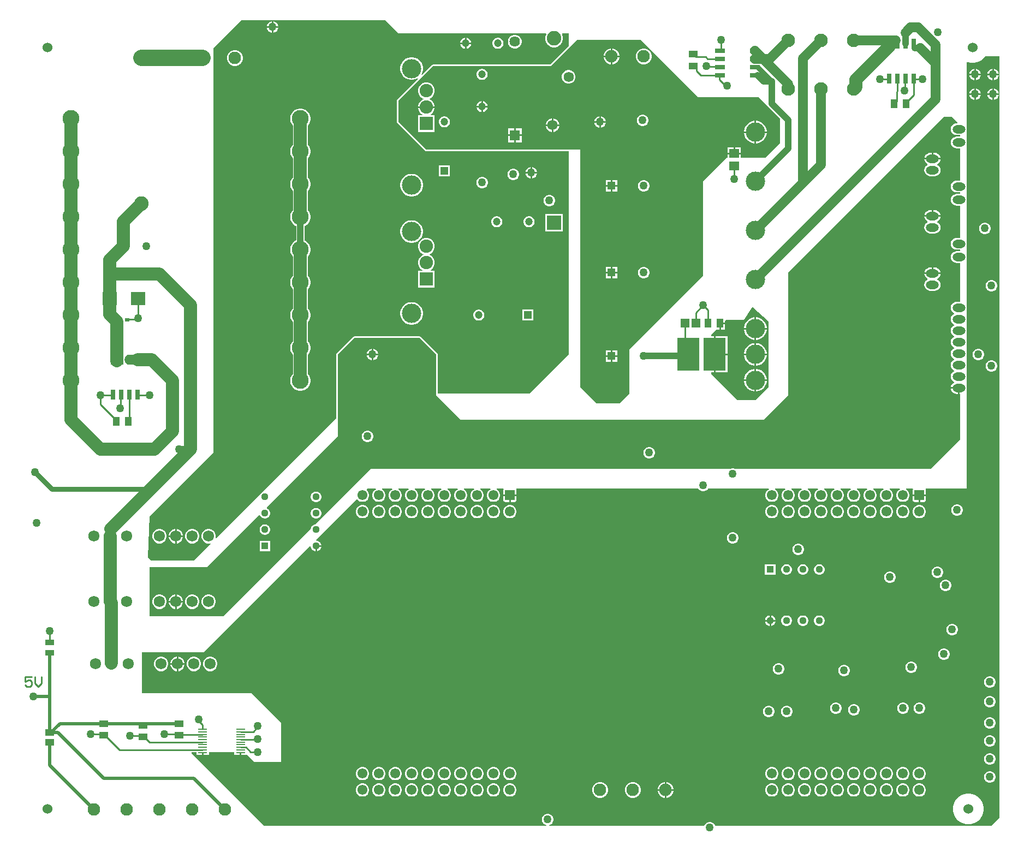
<source format=gtl>
G04*
G04 #@! TF.GenerationSoftware,Altium Limited,Altium Designer,21.2.2 (38)*
G04*
G04 Layer_Physical_Order=1*
G04 Layer_Color=255*
%FSLAX25Y25*%
%MOIN*%
G70*
G04*
G04 #@! TF.SameCoordinates,9089D698-1931-4360-AEFD-B440DD5BBD6E*
G04*
G04*
G04 #@! TF.FilePolarity,Positive*
G04*
G01*
G75*
%ADD14C,0.01000*%
%ADD16R,0.05807X0.00787*%
%ADD17R,0.04134X0.05709*%
%ADD18R,0.05315X0.05709*%
%ADD19R,0.05709X0.04134*%
%ADD20R,0.02559X0.06004*%
%ADD21R,0.06004X0.02559*%
%ADD22R,0.13780X0.20079*%
%ADD23R,0.05906X0.05512*%
%ADD24R,0.05512X0.04331*%
%ADD25R,0.02953X0.02362*%
%ADD26R,0.08661X0.08465*%
%ADD27R,0.05315X0.03937*%
%ADD28R,0.05315X0.03347*%
%ADD43C,0.04724*%
%ADD44R,0.04724X0.04724*%
%ADD45R,0.04724X0.04724*%
%ADD51C,0.11811*%
%ADD52O,0.07874X0.05118*%
%ADD69C,0.06000*%
%ADD70C,0.08000*%
%ADD71C,0.04000*%
%ADD72C,0.03000*%
%ADD73C,0.02000*%
%ADD74C,0.10000*%
%ADD75C,0.06000*%
%ADD76C,0.07677*%
%ADD77R,0.04449X0.04449*%
%ADD78C,0.04449*%
%ADD79R,0.06400X0.06400*%
%ADD80C,0.06400*%
%ADD81C,0.10335*%
%ADD82C,0.06102*%
G04:AMPARAMS|DCode=83|XSize=61.02mil|YSize=61.02mil|CornerRadius=1.83mil|HoleSize=0mil|Usage=FLASHONLY|Rotation=180.000|XOffset=0mil|YOffset=0mil|HoleType=Round|Shape=RoundedRectangle|*
%AMROUNDEDRECTD83*
21,1,0.06102,0.05736,0,0,180.0*
21,1,0.05736,0.06102,0,0,180.0*
1,1,0.00366,-0.02868,0.02868*
1,1,0.00366,0.02868,0.02868*
1,1,0.00366,0.02868,-0.02868*
1,1,0.00366,-0.02868,-0.02868*
%
%ADD83ROUNDEDRECTD83*%
%ADD84C,0.08858*%
%ADD85R,0.08858X0.08858*%
%ADD86R,0.05020X0.05020*%
%ADD87C,0.05020*%
%ADD88R,0.04449X0.04449*%
%ADD89C,0.08268*%
%ADD90C,0.06260*%
%ADD91C,0.08150*%
%ADD92R,0.08150X0.08150*%
%ADD93C,0.06791*%
%ADD94C,0.05000*%
G36*
X599000Y12000D02*
X594096Y7096D01*
X425330D01*
X425261Y7351D01*
X424801Y8149D01*
X424149Y8801D01*
X423351Y9262D01*
X422461Y9500D01*
X421539D01*
X420649Y9262D01*
X419851Y8801D01*
X419199Y8149D01*
X418739Y7351D01*
X418670Y7096D01*
X323885D01*
X323819Y7596D01*
X324351Y7739D01*
X325149Y8199D01*
X325801Y8851D01*
X326261Y9649D01*
X326500Y10539D01*
Y11461D01*
X326261Y12351D01*
X325801Y13149D01*
X325149Y13801D01*
X324351Y14262D01*
X323461Y14500D01*
X322539D01*
X321649Y14262D01*
X320851Y13801D01*
X320199Y13149D01*
X319739Y12351D01*
X319500Y11461D01*
Y10539D01*
X319739Y9649D01*
X320199Y8851D01*
X320851Y8199D01*
X321649Y7739D01*
X322181Y7596D01*
X322115Y7096D01*
X160303D01*
X160207Y7000D01*
X150000D01*
X105462Y51538D01*
X105653Y52000D01*
X108529D01*
Y50520D01*
X111933D01*
Y51913D01*
X112933D01*
Y50520D01*
X116337D01*
Y52000D01*
X131663D01*
Y50520D01*
X135067D01*
Y51913D01*
X136067D01*
Y50520D01*
X139471D01*
X139471Y50520D01*
Y50520D01*
X139810Y50190D01*
X144000Y46000D01*
X160303D01*
Y70096D01*
X157303Y73096D01*
X142303Y88096D01*
X75303D01*
Y113096D01*
X113096D01*
X177944Y177944D01*
X178405Y177752D01*
Y177576D01*
X178625Y176755D01*
X179050Y176020D01*
X179650Y175420D01*
X180385Y174995D01*
X181130Y174796D01*
Y178000D01*
X181630D01*
Y178500D01*
X184834D01*
X184635Y179245D01*
X184210Y179980D01*
X183610Y180580D01*
X182875Y181005D01*
X182054Y181224D01*
X181878D01*
X181686Y181686D01*
X206541Y206541D01*
X206758Y206512D01*
X207512Y205758D01*
X208436Y205225D01*
X209467Y204949D01*
X210533D01*
X211564Y205225D01*
X212488Y205758D01*
X213242Y206512D01*
X213775Y207436D01*
X214051Y208467D01*
Y209533D01*
X213775Y210564D01*
X213242Y211488D01*
X212488Y212242D01*
X212459Y212459D01*
X213096Y213096D01*
X217992D01*
X218126Y212596D01*
X217512Y212242D01*
X216758Y211488D01*
X216225Y210564D01*
X215949Y209533D01*
Y208467D01*
X216225Y207436D01*
X216758Y206512D01*
X217512Y205758D01*
X218436Y205225D01*
X219467Y204949D01*
X220533D01*
X221564Y205225D01*
X222487Y205758D01*
X223242Y206512D01*
X223775Y207436D01*
X224051Y208467D01*
Y209533D01*
X223775Y210564D01*
X223242Y211488D01*
X222487Y212242D01*
X221874Y212596D01*
X222008Y213096D01*
X227992D01*
X228126Y212596D01*
X227513Y212242D01*
X226758Y211488D01*
X226225Y210564D01*
X225949Y209533D01*
Y208467D01*
X226225Y207436D01*
X226758Y206512D01*
X227513Y205758D01*
X228436Y205225D01*
X229467Y204949D01*
X230533D01*
X231564Y205225D01*
X232488Y205758D01*
X233242Y206512D01*
X233775Y207436D01*
X234051Y208467D01*
Y209533D01*
X233775Y210564D01*
X233242Y211488D01*
X232488Y212242D01*
X231874Y212596D01*
X232008Y213096D01*
X237992D01*
X238126Y212596D01*
X237512Y212242D01*
X236758Y211488D01*
X236225Y210564D01*
X235949Y209533D01*
Y208467D01*
X236225Y207436D01*
X236758Y206512D01*
X237512Y205758D01*
X238436Y205225D01*
X239467Y204949D01*
X240533D01*
X241564Y205225D01*
X242488Y205758D01*
X243242Y206512D01*
X243775Y207436D01*
X244051Y208467D01*
Y209533D01*
X243775Y210564D01*
X243242Y211488D01*
X242488Y212242D01*
X241874Y212596D01*
X242008Y213096D01*
X247992D01*
X248126Y212596D01*
X247513Y212242D01*
X246758Y211488D01*
X246225Y210564D01*
X245949Y209533D01*
Y208467D01*
X246225Y207436D01*
X246758Y206512D01*
X247513Y205758D01*
X248436Y205225D01*
X249467Y204949D01*
X250533D01*
X251564Y205225D01*
X252487Y205758D01*
X253242Y206512D01*
X253775Y207436D01*
X254051Y208467D01*
Y209533D01*
X253775Y210564D01*
X253242Y211488D01*
X252487Y212242D01*
X251874Y212596D01*
X252008Y213096D01*
X257992D01*
X258126Y212596D01*
X257512Y212242D01*
X256758Y211488D01*
X256225Y210564D01*
X255949Y209533D01*
Y208467D01*
X256225Y207436D01*
X256758Y206512D01*
X257512Y205758D01*
X258436Y205225D01*
X259467Y204949D01*
X260533D01*
X261564Y205225D01*
X262488Y205758D01*
X263242Y206512D01*
X263775Y207436D01*
X264051Y208467D01*
Y209533D01*
X263775Y210564D01*
X263242Y211488D01*
X262488Y212242D01*
X261874Y212596D01*
X262008Y213096D01*
X267992D01*
X268126Y212596D01*
X267512Y212242D01*
X266758Y211488D01*
X266225Y210564D01*
X265949Y209533D01*
Y208467D01*
X266225Y207436D01*
X266758Y206512D01*
X267512Y205758D01*
X268436Y205225D01*
X269467Y204949D01*
X270533D01*
X271564Y205225D01*
X272487Y205758D01*
X273242Y206512D01*
X273775Y207436D01*
X274051Y208467D01*
Y209533D01*
X273775Y210564D01*
X273242Y211488D01*
X272487Y212242D01*
X271874Y212596D01*
X272008Y213096D01*
X277992D01*
X278126Y212596D01*
X277513Y212242D01*
X276758Y211488D01*
X276225Y210564D01*
X275949Y209533D01*
Y208467D01*
X276225Y207436D01*
X276758Y206512D01*
X277513Y205758D01*
X278436Y205225D01*
X279467Y204949D01*
X280533D01*
X281564Y205225D01*
X282488Y205758D01*
X283242Y206512D01*
X283775Y207436D01*
X284051Y208467D01*
Y209533D01*
X283775Y210564D01*
X283242Y211488D01*
X282488Y212242D01*
X281874Y212596D01*
X282008Y213096D01*
X287992D01*
X288126Y212596D01*
X287512Y212242D01*
X286758Y211488D01*
X286225Y210564D01*
X285949Y209533D01*
Y208467D01*
X286225Y207436D01*
X286758Y206512D01*
X287512Y205758D01*
X288436Y205225D01*
X289467Y204949D01*
X290533D01*
X291564Y205225D01*
X292488Y205758D01*
X293242Y206512D01*
X293775Y207436D01*
X294051Y208467D01*
Y209533D01*
X293775Y210564D01*
X293242Y211488D01*
X292488Y212242D01*
X291874Y212596D01*
X292008Y213096D01*
X295974D01*
X296038Y213017D01*
X296195Y212596D01*
X296018Y212330D01*
X295926Y211868D01*
Y209500D01*
X300000D01*
X304074D01*
Y211868D01*
X303982Y212330D01*
X303805Y212596D01*
X303962Y213017D01*
X304026Y213096D01*
X415058D01*
X415199Y212851D01*
X415851Y212199D01*
X416649Y211738D01*
X417539Y211500D01*
X418461D01*
X419351Y211738D01*
X420149Y212199D01*
X420801Y212851D01*
X420942Y213096D01*
X457992D01*
X458126Y212596D01*
X457513Y212242D01*
X456758Y211488D01*
X456225Y210564D01*
X455949Y209533D01*
Y208467D01*
X456225Y207436D01*
X456758Y206512D01*
X457513Y205758D01*
X458436Y205225D01*
X459467Y204949D01*
X460533D01*
X461564Y205225D01*
X462488Y205758D01*
X463242Y206512D01*
X463775Y207436D01*
X464051Y208467D01*
Y209533D01*
X463775Y210564D01*
X463242Y211488D01*
X462488Y212242D01*
X461874Y212596D01*
X462008Y213096D01*
X467992D01*
X468126Y212596D01*
X467513Y212242D01*
X466758Y211488D01*
X466225Y210564D01*
X465949Y209533D01*
Y208467D01*
X466225Y207436D01*
X466758Y206512D01*
X467513Y205758D01*
X468436Y205225D01*
X469467Y204949D01*
X470533D01*
X471564Y205225D01*
X472487Y205758D01*
X473242Y206512D01*
X473775Y207436D01*
X474051Y208467D01*
Y209533D01*
X473775Y210564D01*
X473242Y211488D01*
X472487Y212242D01*
X471874Y212596D01*
X472008Y213096D01*
X477992D01*
X478126Y212596D01*
X477513Y212242D01*
X476758Y211488D01*
X476225Y210564D01*
X475949Y209533D01*
Y208467D01*
X476225Y207436D01*
X476758Y206512D01*
X477513Y205758D01*
X478436Y205225D01*
X479467Y204949D01*
X480533D01*
X481564Y205225D01*
X482487Y205758D01*
X483242Y206512D01*
X483775Y207436D01*
X484051Y208467D01*
Y209533D01*
X483775Y210564D01*
X483242Y211488D01*
X482487Y212242D01*
X481874Y212596D01*
X482008Y213096D01*
X487992D01*
X488126Y212596D01*
X487512Y212242D01*
X486758Y211488D01*
X486225Y210564D01*
X485949Y209533D01*
Y208467D01*
X486225Y207436D01*
X486758Y206512D01*
X487512Y205758D01*
X488436Y205225D01*
X489467Y204949D01*
X490533D01*
X491564Y205225D01*
X492487Y205758D01*
X493242Y206512D01*
X493775Y207436D01*
X494051Y208467D01*
Y209533D01*
X493775Y210564D01*
X493242Y211488D01*
X492487Y212242D01*
X491874Y212596D01*
X492008Y213096D01*
X497992D01*
X498126Y212596D01*
X497512Y212242D01*
X496758Y211488D01*
X496225Y210564D01*
X495949Y209533D01*
Y208467D01*
X496225Y207436D01*
X496758Y206512D01*
X497512Y205758D01*
X498436Y205225D01*
X499467Y204949D01*
X500533D01*
X501564Y205225D01*
X502488Y205758D01*
X503242Y206512D01*
X503775Y207436D01*
X504051Y208467D01*
Y209533D01*
X503775Y210564D01*
X503242Y211488D01*
X502488Y212242D01*
X501874Y212596D01*
X502008Y213096D01*
X507992D01*
X508126Y212596D01*
X507513Y212242D01*
X506758Y211488D01*
X506225Y210564D01*
X505949Y209533D01*
Y208467D01*
X506225Y207436D01*
X506758Y206512D01*
X507513Y205758D01*
X508436Y205225D01*
X509467Y204949D01*
X510533D01*
X511564Y205225D01*
X512488Y205758D01*
X513242Y206512D01*
X513775Y207436D01*
X514051Y208467D01*
Y209533D01*
X513775Y210564D01*
X513242Y211488D01*
X512488Y212242D01*
X511874Y212596D01*
X512008Y213096D01*
X517992D01*
X518126Y212596D01*
X517513Y212242D01*
X516758Y211488D01*
X516225Y210564D01*
X515949Y209533D01*
Y208467D01*
X516225Y207436D01*
X516758Y206512D01*
X517513Y205758D01*
X518436Y205225D01*
X519467Y204949D01*
X520533D01*
X521564Y205225D01*
X522487Y205758D01*
X523242Y206512D01*
X523775Y207436D01*
X524051Y208467D01*
Y209533D01*
X523775Y210564D01*
X523242Y211488D01*
X522487Y212242D01*
X521874Y212596D01*
X522008Y213096D01*
X527992D01*
X528126Y212596D01*
X527513Y212242D01*
X526758Y211488D01*
X526225Y210564D01*
X525949Y209533D01*
Y208467D01*
X526225Y207436D01*
X526758Y206512D01*
X527513Y205758D01*
X528436Y205225D01*
X529467Y204949D01*
X530533D01*
X531564Y205225D01*
X532487Y205758D01*
X533242Y206512D01*
X533775Y207436D01*
X534051Y208467D01*
Y209533D01*
X533775Y210564D01*
X533242Y211488D01*
X532487Y212242D01*
X531874Y212596D01*
X532008Y213096D01*
X537992D01*
X538126Y212596D01*
X537512Y212242D01*
X536758Y211488D01*
X536225Y210564D01*
X535949Y209533D01*
Y208467D01*
X536225Y207436D01*
X536758Y206512D01*
X537512Y205758D01*
X538436Y205225D01*
X539467Y204949D01*
X540533D01*
X541564Y205225D01*
X542487Y205758D01*
X543242Y206512D01*
X543775Y207436D01*
X544051Y208467D01*
Y209533D01*
X543775Y210564D01*
X543242Y211488D01*
X542487Y212242D01*
X541874Y212596D01*
X542008Y213096D01*
X545974D01*
X546038Y213017D01*
X546195Y212596D01*
X546018Y212330D01*
X545926Y211868D01*
Y209500D01*
X550000D01*
X554074D01*
Y211868D01*
X553982Y212330D01*
X553805Y212596D01*
X553962Y213017D01*
X554026Y213096D01*
X579000D01*
X579000Y273788D01*
X579094Y274500D01*
X579000Y275212D01*
Y280788D01*
X579094Y281500D01*
X579000Y282212D01*
Y287788D01*
X579094Y288500D01*
X579000Y289212D01*
Y294788D01*
X579094Y295500D01*
X579000Y296212D01*
Y301788D01*
X579094Y302500D01*
X579000Y303212D01*
Y308788D01*
X579094Y309500D01*
X579000Y310212D01*
X579000Y315788D01*
X579094Y316500D01*
X579000Y317212D01*
Y322788D01*
X579094Y323500D01*
X579000Y324212D01*
Y353753D01*
X579094Y354465D01*
X579000Y355176D01*
Y361824D01*
X579094Y362535D01*
X579000Y363247D01*
X579000Y388753D01*
X579094Y389465D01*
X579000Y390176D01*
Y396824D01*
X579094Y397535D01*
X579000Y398247D01*
Y423753D01*
X579094Y424465D01*
X579000Y425176D01*
Y431824D01*
X579094Y432535D01*
X579000Y433247D01*
X579000Y473379D01*
X579416Y473657D01*
X579773Y473509D01*
X581579Y473150D01*
X583421D01*
X585227Y473509D01*
X586929Y474214D01*
X588460Y475237D01*
X589763Y476540D01*
X590134Y477096D01*
X599000Y477096D01*
X599000Y12000D01*
D02*
G37*
G36*
X232000Y491000D02*
X321963D01*
X322213Y490567D01*
X321941Y490096D01*
X321571Y488715D01*
Y487285D01*
X321941Y485904D01*
X322656Y484666D01*
X323666Y483656D01*
X324904Y482941D01*
X326285Y482571D01*
X327715D01*
X329096Y482941D01*
X330334Y483656D01*
X331344Y484666D01*
X332059Y485904D01*
X332429Y487285D01*
Y488715D01*
X332059Y490096D01*
X331787Y490567D01*
X332037Y491000D01*
X336000D01*
Y483442D01*
X324578Y472020D01*
X253000D01*
X252610Y471942D01*
X252279Y471721D01*
X246374Y465815D01*
X245985Y466134D01*
X246120Y466335D01*
X246640Y467592D01*
X246905Y468926D01*
Y470286D01*
X246640Y471621D01*
X246120Y472877D01*
X245364Y474008D01*
X244402Y474970D01*
X243271Y475726D01*
X242014Y476246D01*
X240680Y476512D01*
X239320D01*
X237986Y476246D01*
X236729Y475726D01*
X235598Y474970D01*
X234636Y474008D01*
X233880Y472877D01*
X233360Y471621D01*
X233095Y470286D01*
Y468926D01*
X233360Y467592D01*
X233880Y466335D01*
X234636Y465204D01*
X235598Y464242D01*
X236729Y463487D01*
X237986Y462966D01*
X239320Y462701D01*
X240680D01*
X242014Y462966D01*
X243271Y463487D01*
X243472Y463621D01*
X243791Y463233D01*
X231279Y450721D01*
X231058Y450390D01*
X230980Y450000D01*
Y437000D01*
X231058Y436610D01*
X231279Y436279D01*
X248279Y419279D01*
X248610Y419058D01*
X249000Y418980D01*
X336000D01*
Y295000D01*
X312000Y271000D01*
X256020Y271000D01*
Y295000D01*
X255942Y295390D01*
X255721Y295721D01*
X245721Y305721D01*
X245390Y305942D01*
X245000Y306020D01*
X205000D01*
X204610Y305942D01*
X204279Y305721D01*
X194279Y295721D01*
X194058Y295390D01*
X193980Y295000D01*
Y255980D01*
X148840Y210840D01*
X148390Y210580D01*
X147790Y209980D01*
X147530Y209530D01*
X120727Y182727D01*
X120279Y182986D01*
X120396Y183421D01*
Y184579D01*
X120096Y185697D01*
X119517Y186699D01*
X118699Y187517D01*
X117697Y188096D01*
X116579Y188396D01*
X115421D01*
X114303Y188096D01*
X113301Y187517D01*
X112483Y186699D01*
X111904Y185697D01*
X111604Y184579D01*
Y183421D01*
X111904Y182303D01*
X112483Y181301D01*
X113301Y180483D01*
X114303Y179904D01*
X115421Y179604D01*
X116579D01*
X117014Y179721D01*
X117273Y179273D01*
X107000Y169000D01*
X81000D01*
X79000Y171000D01*
X80000Y196000D01*
X119000Y235000D01*
Y482000D01*
X136000Y499000D01*
X224000D01*
X232000Y491000D01*
D02*
G37*
G36*
X380000Y487000D02*
X415000Y452000D01*
X452000Y452000D01*
X465000Y439000D01*
Y424000D01*
X456000Y415000D01*
X440953D01*
Y417240D01*
X433047D01*
Y415000D01*
X432352D01*
X418000Y400648D01*
X418000Y343000D01*
X373000Y298000D01*
X373000Y271000D01*
X367000Y265000D01*
X353000D01*
X343000Y275000D01*
Y420000D01*
X249000D01*
X232000Y437000D01*
Y450000D01*
X253000Y471000D01*
X325000D01*
X341000Y487000D01*
X380000Y487000D01*
D02*
G37*
G36*
X458000Y315000D02*
X458000Y275000D01*
X450000Y267000D01*
X439000D01*
X423000Y283000D01*
Y283961D01*
X424500D01*
Y295000D01*
Y306039D01*
X423000D01*
Y307000D01*
X426146Y310146D01*
X427783D01*
Y314000D01*
X428283D01*
Y314500D01*
X431350D01*
Y315350D01*
X432000Y316000D01*
X442824D01*
X447791Y323676D01*
X448286Y323742D01*
X458000Y315000D01*
D02*
G37*
G36*
X573413Y436587D02*
X573221Y436125D01*
X572748D01*
X571819Y436003D01*
X570953Y435644D01*
X570210Y435074D01*
X569639Y434330D01*
X569281Y433464D01*
X569158Y432535D01*
X569281Y431606D01*
X569639Y430740D01*
X570210Y429997D01*
X570953Y429427D01*
X571819Y429068D01*
X572748Y428946D01*
X575000D01*
Y428054D01*
X572748D01*
X571819Y427932D01*
X570953Y427573D01*
X570210Y427003D01*
X569639Y426260D01*
X569281Y425394D01*
X569158Y424465D01*
X569281Y423535D01*
X569639Y422670D01*
X570210Y421926D01*
X570953Y421356D01*
X571819Y420997D01*
X572748Y420875D01*
X575000D01*
Y401125D01*
X572748D01*
X571819Y401003D01*
X570953Y400644D01*
X570210Y400074D01*
X569639Y399330D01*
X569281Y398464D01*
X569158Y397535D01*
X569281Y396606D01*
X569639Y395741D01*
X570210Y394997D01*
X570953Y394427D01*
X571819Y394068D01*
X572748Y393946D01*
X575000D01*
Y393054D01*
X572748D01*
X571819Y392932D01*
X570953Y392573D01*
X570210Y392003D01*
X569639Y391260D01*
X569281Y390394D01*
X569158Y389465D01*
X569281Y388535D01*
X569639Y387670D01*
X570210Y386926D01*
X570953Y386356D01*
X571819Y385997D01*
X572748Y385875D01*
X575000D01*
Y366125D01*
X572748D01*
X571819Y366003D01*
X570953Y365644D01*
X570210Y365074D01*
X569639Y364330D01*
X569281Y363464D01*
X569158Y362535D01*
X569281Y361606D01*
X569639Y360740D01*
X570210Y359997D01*
X570953Y359427D01*
X571819Y359068D01*
X572748Y358946D01*
X575000D01*
Y358054D01*
X572748D01*
X571819Y357932D01*
X570953Y357573D01*
X570210Y357003D01*
X569639Y356259D01*
X569281Y355394D01*
X569158Y354465D01*
X569281Y353536D01*
X569639Y352670D01*
X570210Y351926D01*
X570953Y351356D01*
X571819Y350997D01*
X572748Y350875D01*
X575000D01*
Y327090D01*
X572748D01*
X571819Y326967D01*
X570953Y326609D01*
X570210Y326038D01*
X569639Y325295D01*
X569281Y324429D01*
X569158Y323500D01*
X569281Y322571D01*
X569639Y321705D01*
X570210Y320962D01*
X570953Y320391D01*
X571244Y320271D01*
Y319729D01*
X570953Y319609D01*
X570210Y319038D01*
X569639Y318295D01*
X569281Y317429D01*
X569158Y316500D01*
X569281Y315571D01*
X569639Y314705D01*
X570210Y313962D01*
X570953Y313391D01*
X571244Y313271D01*
Y312729D01*
X570953Y312609D01*
X570210Y312038D01*
X569639Y311295D01*
X569281Y310429D01*
X569158Y309500D01*
X569281Y308571D01*
X569639Y307705D01*
X570210Y306962D01*
X570953Y306391D01*
X571244Y306271D01*
Y305729D01*
X570953Y305609D01*
X570210Y305038D01*
X569639Y304295D01*
X569281Y303429D01*
X569158Y302500D01*
X569281Y301571D01*
X569639Y300705D01*
X570210Y299962D01*
X570953Y299391D01*
X571244Y299271D01*
Y298729D01*
X570953Y298609D01*
X570210Y298038D01*
X569639Y297295D01*
X569281Y296429D01*
X569158Y295500D01*
X569281Y294571D01*
X569639Y293705D01*
X570210Y292962D01*
X570953Y292391D01*
X571244Y292271D01*
Y291729D01*
X570953Y291609D01*
X570210Y291038D01*
X569639Y290295D01*
X569281Y289429D01*
X569158Y288500D01*
X569281Y287571D01*
X569639Y286705D01*
X570210Y285962D01*
X570953Y285391D01*
X571244Y285271D01*
Y284729D01*
X570953Y284609D01*
X570210Y284038D01*
X569639Y283295D01*
X569281Y282429D01*
X569158Y281500D01*
X569281Y280571D01*
X569639Y279705D01*
X570210Y278962D01*
X570953Y278391D01*
X571244Y278271D01*
Y277729D01*
X570953Y277609D01*
X570210Y277038D01*
X569639Y276295D01*
X569281Y275429D01*
X569224Y275000D01*
X574126D01*
Y274500D01*
X574626D01*
Y270910D01*
X575000D01*
Y243000D01*
X557000Y225000D01*
X437804D01*
X437351Y225261D01*
X436461Y225500D01*
X435539D01*
X434649Y225261D01*
X434196Y225000D01*
X215000D01*
X181224Y191224D01*
X181205D01*
X180385Y191005D01*
X179650Y190580D01*
X179050Y189980D01*
X178625Y189245D01*
X178405Y188425D01*
Y188406D01*
X125000Y135000D01*
X80000D01*
Y165000D01*
X115000D01*
X146883Y196883D01*
X147401Y196694D01*
X147790Y196020D01*
X148390Y195420D01*
X149126Y194995D01*
X149946Y194776D01*
X150795D01*
X151615Y194995D01*
X152350Y195420D01*
X152950Y196020D01*
X153375Y196755D01*
X153595Y197575D01*
Y198424D01*
X153375Y199245D01*
X152950Y199980D01*
X152350Y200580D01*
X151676Y200969D01*
X151487Y201487D01*
X195000Y245000D01*
Y295000D01*
X205000Y305000D01*
X245000D01*
X255000Y295000D01*
Y270000D01*
X270000Y255000D01*
X455000D01*
X470000Y270000D01*
Y345000D01*
X565000Y440000D01*
X570000D01*
X573413Y436587D01*
D02*
G37*
%LPC*%
G36*
X595500Y469489D02*
Y466500D01*
X598490D01*
X598261Y467351D01*
X597801Y468149D01*
X597149Y468801D01*
X596351Y469262D01*
X595500Y469489D01*
D02*
G37*
G36*
X594500D02*
X593649Y469262D01*
X592851Y468801D01*
X592199Y468149D01*
X591739Y467351D01*
X591510Y466500D01*
X594500D01*
Y469489D01*
D02*
G37*
G36*
X584500D02*
Y466500D01*
X587490D01*
X587261Y467351D01*
X586801Y468149D01*
X586149Y468801D01*
X585351Y469262D01*
X584500Y469489D01*
D02*
G37*
G36*
X583500D02*
X582649Y469262D01*
X581851Y468801D01*
X581199Y468149D01*
X580738Y467351D01*
X580511Y466500D01*
X583500D01*
Y469489D01*
D02*
G37*
G36*
X598490Y465500D02*
X595500D01*
Y462510D01*
X596351Y462739D01*
X597149Y463199D01*
X597801Y463851D01*
X598261Y464649D01*
X598490Y465500D01*
D02*
G37*
G36*
X594500D02*
X591510D01*
X591739Y464649D01*
X592199Y463851D01*
X592851Y463199D01*
X593649Y462739D01*
X594500Y462510D01*
Y465500D01*
D02*
G37*
G36*
X587490D02*
X584500D01*
Y462510D01*
X585351Y462739D01*
X586149Y463199D01*
X586801Y463851D01*
X587261Y464649D01*
X587490Y465500D01*
D02*
G37*
G36*
X583500D02*
X580511D01*
X580738Y464649D01*
X581199Y463851D01*
X581851Y463199D01*
X582649Y462739D01*
X583500Y462510D01*
Y465500D01*
D02*
G37*
G36*
X595500Y457489D02*
Y454500D01*
X598490D01*
X598261Y455351D01*
X597801Y456149D01*
X597149Y456801D01*
X596351Y457262D01*
X595500Y457489D01*
D02*
G37*
G36*
X594500D02*
X593649Y457262D01*
X592851Y456801D01*
X592199Y456149D01*
X591739Y455351D01*
X591510Y454500D01*
X594500D01*
Y457489D01*
D02*
G37*
G36*
X584500D02*
Y454500D01*
X587490D01*
X587261Y455351D01*
X586801Y456149D01*
X586149Y456801D01*
X585351Y457262D01*
X584500Y457489D01*
D02*
G37*
G36*
X583500D02*
X582649Y457262D01*
X581851Y456801D01*
X581199Y456149D01*
X580738Y455351D01*
X580511Y454500D01*
X583500D01*
Y457489D01*
D02*
G37*
G36*
X598490Y453500D02*
X595500D01*
Y450511D01*
X596351Y450738D01*
X597149Y451199D01*
X597801Y451851D01*
X598261Y452649D01*
X598490Y453500D01*
D02*
G37*
G36*
X594500D02*
X591510D01*
X591739Y452649D01*
X592199Y451851D01*
X592851Y451199D01*
X593649Y450738D01*
X594500Y450511D01*
Y453500D01*
D02*
G37*
G36*
X587490D02*
X584500D01*
Y450511D01*
X585351Y450738D01*
X586149Y451199D01*
X586801Y451851D01*
X587261Y452649D01*
X587490Y453500D01*
D02*
G37*
G36*
X583500D02*
X580511D01*
X580738Y452649D01*
X581199Y451851D01*
X581851Y451199D01*
X582649Y450738D01*
X583500Y450511D01*
Y453500D01*
D02*
G37*
G36*
X590461Y375500D02*
X589539D01*
X588649Y375261D01*
X587851Y374801D01*
X587199Y374149D01*
X586738Y373351D01*
X586500Y372461D01*
Y371539D01*
X586738Y370649D01*
X587199Y369851D01*
X587851Y369199D01*
X588649Y368739D01*
X589539Y368500D01*
X590461D01*
X591351Y368739D01*
X592149Y369199D01*
X592801Y369851D01*
X593261Y370649D01*
X593500Y371539D01*
Y372461D01*
X593261Y373351D01*
X592801Y374149D01*
X592149Y374801D01*
X591351Y375261D01*
X590461Y375500D01*
D02*
G37*
G36*
X594461Y340500D02*
X593539D01*
X592649Y340262D01*
X591851Y339801D01*
X591199Y339149D01*
X590738Y338351D01*
X590500Y337461D01*
Y336539D01*
X590738Y335649D01*
X591199Y334851D01*
X591851Y334199D01*
X592649Y333738D01*
X593539Y333500D01*
X594461D01*
X595351Y333738D01*
X596149Y334199D01*
X596801Y334851D01*
X597261Y335649D01*
X597500Y336539D01*
Y337461D01*
X597261Y338351D01*
X596801Y339149D01*
X596149Y339801D01*
X595351Y340262D01*
X594461Y340500D01*
D02*
G37*
G36*
X586461Y298500D02*
X585539D01*
X584649Y298261D01*
X583851Y297801D01*
X583199Y297149D01*
X582738Y296351D01*
X582500Y295461D01*
Y294539D01*
X582738Y293649D01*
X583199Y292851D01*
X583851Y292199D01*
X584649Y291739D01*
X585539Y291500D01*
X586461D01*
X587351Y291739D01*
X588149Y292199D01*
X588801Y292851D01*
X589261Y293649D01*
X589500Y294539D01*
Y295461D01*
X589261Y296351D01*
X588801Y297149D01*
X588149Y297801D01*
X587351Y298261D01*
X586461Y298500D01*
D02*
G37*
G36*
X594461Y291500D02*
X593539D01*
X592649Y291262D01*
X591851Y290801D01*
X591199Y290149D01*
X590738Y289351D01*
X590500Y288461D01*
Y287539D01*
X590738Y286649D01*
X591199Y285851D01*
X591851Y285199D01*
X592649Y284738D01*
X593539Y284500D01*
X594461D01*
X595351Y284738D01*
X596149Y285199D01*
X596801Y285851D01*
X597261Y286649D01*
X597500Y287539D01*
Y288461D01*
X597261Y289351D01*
X596801Y290149D01*
X596149Y290801D01*
X595351Y291262D01*
X594461Y291500D01*
D02*
G37*
G36*
X554074Y208500D02*
X550500D01*
Y204926D01*
X552868D01*
X553330Y205017D01*
X553721Y205279D01*
X553982Y205670D01*
X554074Y206132D01*
Y208500D01*
D02*
G37*
G36*
X549500D02*
X545926D01*
Y206132D01*
X546018Y205670D01*
X546279Y205279D01*
X546670Y205017D01*
X547132Y204926D01*
X549500D01*
Y208500D01*
D02*
G37*
G36*
X304074D02*
X300500D01*
Y204926D01*
X302868D01*
X303330Y205017D01*
X303721Y205279D01*
X303982Y205670D01*
X304074Y206132D01*
Y208500D01*
D02*
G37*
G36*
X299500D02*
X295926D01*
Y206132D01*
X296018Y205670D01*
X296279Y205279D01*
X296670Y205017D01*
X297132Y204926D01*
X299500D01*
Y208500D01*
D02*
G37*
G36*
X573461Y203500D02*
X572539D01*
X571649Y203261D01*
X570851Y202801D01*
X570199Y202149D01*
X569738Y201351D01*
X569500Y200461D01*
Y199539D01*
X569738Y198649D01*
X570199Y197851D01*
X570851Y197199D01*
X571649Y196739D01*
X572539Y196500D01*
X573461D01*
X574351Y196739D01*
X575149Y197199D01*
X575801Y197851D01*
X576262Y198649D01*
X576500Y199539D01*
Y200461D01*
X576262Y201351D01*
X575801Y202149D01*
X575149Y202801D01*
X574351Y203261D01*
X573461Y203500D01*
D02*
G37*
G36*
X550533Y203051D02*
X549467D01*
X548436Y202775D01*
X547512Y202242D01*
X546758Y201487D01*
X546225Y200564D01*
X545949Y199533D01*
Y198467D01*
X546225Y197436D01*
X546758Y196512D01*
X547512Y195758D01*
X548436Y195225D01*
X549467Y194949D01*
X550533D01*
X551564Y195225D01*
X552488Y195758D01*
X553242Y196512D01*
X553775Y197436D01*
X554051Y198467D01*
Y199533D01*
X553775Y200564D01*
X553242Y201487D01*
X552488Y202242D01*
X551564Y202775D01*
X550533Y203051D01*
D02*
G37*
G36*
X540533D02*
X539467D01*
X538436Y202775D01*
X537512Y202242D01*
X536758Y201487D01*
X536225Y200564D01*
X535949Y199533D01*
Y198467D01*
X536225Y197436D01*
X536758Y196512D01*
X537512Y195758D01*
X538436Y195225D01*
X539467Y194949D01*
X540533D01*
X541564Y195225D01*
X542487Y195758D01*
X543242Y196512D01*
X543775Y197436D01*
X544051Y198467D01*
Y199533D01*
X543775Y200564D01*
X543242Y201487D01*
X542487Y202242D01*
X541564Y202775D01*
X540533Y203051D01*
D02*
G37*
G36*
X530533D02*
X529467D01*
X528436Y202775D01*
X527513Y202242D01*
X526758Y201487D01*
X526225Y200564D01*
X525949Y199533D01*
Y198467D01*
X526225Y197436D01*
X526758Y196512D01*
X527513Y195758D01*
X528436Y195225D01*
X529467Y194949D01*
X530533D01*
X531564Y195225D01*
X532487Y195758D01*
X533242Y196512D01*
X533775Y197436D01*
X534051Y198467D01*
Y199533D01*
X533775Y200564D01*
X533242Y201487D01*
X532487Y202242D01*
X531564Y202775D01*
X530533Y203051D01*
D02*
G37*
G36*
X520533D02*
X519467D01*
X518436Y202775D01*
X517513Y202242D01*
X516758Y201487D01*
X516225Y200564D01*
X515949Y199533D01*
Y198467D01*
X516225Y197436D01*
X516758Y196512D01*
X517513Y195758D01*
X518436Y195225D01*
X519467Y194949D01*
X520533D01*
X521564Y195225D01*
X522487Y195758D01*
X523242Y196512D01*
X523775Y197436D01*
X524051Y198467D01*
Y199533D01*
X523775Y200564D01*
X523242Y201487D01*
X522487Y202242D01*
X521564Y202775D01*
X520533Y203051D01*
D02*
G37*
G36*
X510533D02*
X509467D01*
X508436Y202775D01*
X507513Y202242D01*
X506758Y201487D01*
X506225Y200564D01*
X505949Y199533D01*
Y198467D01*
X506225Y197436D01*
X506758Y196512D01*
X507513Y195758D01*
X508436Y195225D01*
X509467Y194949D01*
X510533D01*
X511564Y195225D01*
X512488Y195758D01*
X513242Y196512D01*
X513775Y197436D01*
X514051Y198467D01*
Y199533D01*
X513775Y200564D01*
X513242Y201487D01*
X512488Y202242D01*
X511564Y202775D01*
X510533Y203051D01*
D02*
G37*
G36*
X500533D02*
X499467D01*
X498436Y202775D01*
X497512Y202242D01*
X496758Y201487D01*
X496225Y200564D01*
X495949Y199533D01*
Y198467D01*
X496225Y197436D01*
X496758Y196512D01*
X497512Y195758D01*
X498436Y195225D01*
X499467Y194949D01*
X500533D01*
X501564Y195225D01*
X502488Y195758D01*
X503242Y196512D01*
X503775Y197436D01*
X504051Y198467D01*
Y199533D01*
X503775Y200564D01*
X503242Y201487D01*
X502488Y202242D01*
X501564Y202775D01*
X500533Y203051D01*
D02*
G37*
G36*
X490533D02*
X489467D01*
X488436Y202775D01*
X487512Y202242D01*
X486758Y201487D01*
X486225Y200564D01*
X485949Y199533D01*
Y198467D01*
X486225Y197436D01*
X486758Y196512D01*
X487512Y195758D01*
X488436Y195225D01*
X489467Y194949D01*
X490533D01*
X491564Y195225D01*
X492487Y195758D01*
X493242Y196512D01*
X493775Y197436D01*
X494051Y198467D01*
Y199533D01*
X493775Y200564D01*
X493242Y201487D01*
X492487Y202242D01*
X491564Y202775D01*
X490533Y203051D01*
D02*
G37*
G36*
X480533D02*
X479467D01*
X478436Y202775D01*
X477513Y202242D01*
X476758Y201487D01*
X476225Y200564D01*
X475949Y199533D01*
Y198467D01*
X476225Y197436D01*
X476758Y196512D01*
X477513Y195758D01*
X478436Y195225D01*
X479467Y194949D01*
X480533D01*
X481564Y195225D01*
X482487Y195758D01*
X483242Y196512D01*
X483775Y197436D01*
X484051Y198467D01*
Y199533D01*
X483775Y200564D01*
X483242Y201487D01*
X482487Y202242D01*
X481564Y202775D01*
X480533Y203051D01*
D02*
G37*
G36*
X470533D02*
X469467D01*
X468436Y202775D01*
X467513Y202242D01*
X466758Y201487D01*
X466225Y200564D01*
X465949Y199533D01*
Y198467D01*
X466225Y197436D01*
X466758Y196512D01*
X467513Y195758D01*
X468436Y195225D01*
X469467Y194949D01*
X470533D01*
X471564Y195225D01*
X472487Y195758D01*
X473242Y196512D01*
X473775Y197436D01*
X474051Y198467D01*
Y199533D01*
X473775Y200564D01*
X473242Y201487D01*
X472487Y202242D01*
X471564Y202775D01*
X470533Y203051D01*
D02*
G37*
G36*
X460533D02*
X459467D01*
X458436Y202775D01*
X457513Y202242D01*
X456758Y201487D01*
X456225Y200564D01*
X455949Y199533D01*
Y198467D01*
X456225Y197436D01*
X456758Y196512D01*
X457513Y195758D01*
X458436Y195225D01*
X459467Y194949D01*
X460533D01*
X461564Y195225D01*
X462488Y195758D01*
X463242Y196512D01*
X463775Y197436D01*
X464051Y198467D01*
Y199533D01*
X463775Y200564D01*
X463242Y201487D01*
X462488Y202242D01*
X461564Y202775D01*
X460533Y203051D01*
D02*
G37*
G36*
X300533D02*
X299467D01*
X298436Y202775D01*
X297513Y202242D01*
X296758Y201487D01*
X296225Y200564D01*
X295949Y199533D01*
Y198467D01*
X296225Y197436D01*
X296758Y196512D01*
X297513Y195758D01*
X298436Y195225D01*
X299467Y194949D01*
X300533D01*
X301564Y195225D01*
X302487Y195758D01*
X303242Y196512D01*
X303775Y197436D01*
X304051Y198467D01*
Y199533D01*
X303775Y200564D01*
X303242Y201487D01*
X302487Y202242D01*
X301564Y202775D01*
X300533Y203051D01*
D02*
G37*
G36*
X290533D02*
X289467D01*
X288436Y202775D01*
X287512Y202242D01*
X286758Y201487D01*
X286225Y200564D01*
X285949Y199533D01*
Y198467D01*
X286225Y197436D01*
X286758Y196512D01*
X287512Y195758D01*
X288436Y195225D01*
X289467Y194949D01*
X290533D01*
X291564Y195225D01*
X292488Y195758D01*
X293242Y196512D01*
X293775Y197436D01*
X294051Y198467D01*
Y199533D01*
X293775Y200564D01*
X293242Y201487D01*
X292488Y202242D01*
X291564Y202775D01*
X290533Y203051D01*
D02*
G37*
G36*
X280533D02*
X279467D01*
X278436Y202775D01*
X277513Y202242D01*
X276758Y201487D01*
X276225Y200564D01*
X275949Y199533D01*
Y198467D01*
X276225Y197436D01*
X276758Y196512D01*
X277513Y195758D01*
X278436Y195225D01*
X279467Y194949D01*
X280533D01*
X281564Y195225D01*
X282488Y195758D01*
X283242Y196512D01*
X283775Y197436D01*
X284051Y198467D01*
Y199533D01*
X283775Y200564D01*
X283242Y201487D01*
X282488Y202242D01*
X281564Y202775D01*
X280533Y203051D01*
D02*
G37*
G36*
X270533D02*
X269467D01*
X268436Y202775D01*
X267512Y202242D01*
X266758Y201487D01*
X266225Y200564D01*
X265949Y199533D01*
Y198467D01*
X266225Y197436D01*
X266758Y196512D01*
X267512Y195758D01*
X268436Y195225D01*
X269467Y194949D01*
X270533D01*
X271564Y195225D01*
X272487Y195758D01*
X273242Y196512D01*
X273775Y197436D01*
X274051Y198467D01*
Y199533D01*
X273775Y200564D01*
X273242Y201487D01*
X272487Y202242D01*
X271564Y202775D01*
X270533Y203051D01*
D02*
G37*
G36*
X260533D02*
X259467D01*
X258436Y202775D01*
X257512Y202242D01*
X256758Y201487D01*
X256225Y200564D01*
X255949Y199533D01*
Y198467D01*
X256225Y197436D01*
X256758Y196512D01*
X257512Y195758D01*
X258436Y195225D01*
X259467Y194949D01*
X260533D01*
X261564Y195225D01*
X262488Y195758D01*
X263242Y196512D01*
X263775Y197436D01*
X264051Y198467D01*
Y199533D01*
X263775Y200564D01*
X263242Y201487D01*
X262488Y202242D01*
X261564Y202775D01*
X260533Y203051D01*
D02*
G37*
G36*
X250533D02*
X249467D01*
X248436Y202775D01*
X247513Y202242D01*
X246758Y201487D01*
X246225Y200564D01*
X245949Y199533D01*
Y198467D01*
X246225Y197436D01*
X246758Y196512D01*
X247513Y195758D01*
X248436Y195225D01*
X249467Y194949D01*
X250533D01*
X251564Y195225D01*
X252487Y195758D01*
X253242Y196512D01*
X253775Y197436D01*
X254051Y198467D01*
Y199533D01*
X253775Y200564D01*
X253242Y201487D01*
X252487Y202242D01*
X251564Y202775D01*
X250533Y203051D01*
D02*
G37*
G36*
X240533D02*
X239467D01*
X238436Y202775D01*
X237512Y202242D01*
X236758Y201487D01*
X236225Y200564D01*
X235949Y199533D01*
Y198467D01*
X236225Y197436D01*
X236758Y196512D01*
X237512Y195758D01*
X238436Y195225D01*
X239467Y194949D01*
X240533D01*
X241564Y195225D01*
X242488Y195758D01*
X243242Y196512D01*
X243775Y197436D01*
X244051Y198467D01*
Y199533D01*
X243775Y200564D01*
X243242Y201487D01*
X242488Y202242D01*
X241564Y202775D01*
X240533Y203051D01*
D02*
G37*
G36*
X230533D02*
X229467D01*
X228436Y202775D01*
X227513Y202242D01*
X226758Y201487D01*
X226225Y200564D01*
X225949Y199533D01*
Y198467D01*
X226225Y197436D01*
X226758Y196512D01*
X227513Y195758D01*
X228436Y195225D01*
X229467Y194949D01*
X230533D01*
X231564Y195225D01*
X232488Y195758D01*
X233242Y196512D01*
X233775Y197436D01*
X234051Y198467D01*
Y199533D01*
X233775Y200564D01*
X233242Y201487D01*
X232488Y202242D01*
X231564Y202775D01*
X230533Y203051D01*
D02*
G37*
G36*
X220533D02*
X219467D01*
X218436Y202775D01*
X217512Y202242D01*
X216758Y201487D01*
X216225Y200564D01*
X215949Y199533D01*
Y198467D01*
X216225Y197436D01*
X216758Y196512D01*
X217512Y195758D01*
X218436Y195225D01*
X219467Y194949D01*
X220533D01*
X221564Y195225D01*
X222487Y195758D01*
X223242Y196512D01*
X223775Y197436D01*
X224051Y198467D01*
Y199533D01*
X223775Y200564D01*
X223242Y201487D01*
X222487Y202242D01*
X221564Y202775D01*
X220533Y203051D01*
D02*
G37*
G36*
X210533D02*
X209467D01*
X208436Y202775D01*
X207512Y202242D01*
X206758Y201487D01*
X206225Y200564D01*
X205949Y199533D01*
Y198467D01*
X206225Y197436D01*
X206758Y196512D01*
X207512Y195758D01*
X208436Y195225D01*
X209467Y194949D01*
X210533D01*
X211564Y195225D01*
X212488Y195758D01*
X213242Y196512D01*
X213775Y197436D01*
X214051Y198467D01*
Y199533D01*
X213775Y200564D01*
X213242Y201487D01*
X212488Y202242D01*
X211564Y202775D01*
X210533Y203051D01*
D02*
G37*
G36*
X436461Y186500D02*
X435539D01*
X434649Y186261D01*
X433851Y185801D01*
X433199Y185149D01*
X432738Y184351D01*
X432500Y183461D01*
Y182539D01*
X432738Y181649D01*
X433199Y180851D01*
X433851Y180199D01*
X434649Y179738D01*
X435539Y179500D01*
X436461D01*
X437351Y179738D01*
X438149Y180199D01*
X438801Y180851D01*
X439261Y181649D01*
X439500Y182539D01*
Y183461D01*
X439261Y184351D01*
X438801Y185149D01*
X438149Y185801D01*
X437351Y186261D01*
X436461Y186500D01*
D02*
G37*
G36*
X184834Y177500D02*
X182130D01*
Y174796D01*
X182875Y174995D01*
X183610Y175420D01*
X184210Y176020D01*
X184635Y176755D01*
X184834Y177500D01*
D02*
G37*
G36*
X476461Y179500D02*
X475539D01*
X474649Y179262D01*
X473851Y178801D01*
X473199Y178149D01*
X472739Y177351D01*
X472500Y176461D01*
Y175539D01*
X472739Y174649D01*
X473199Y173851D01*
X473851Y173199D01*
X474649Y172739D01*
X475539Y172500D01*
X476461D01*
X477351Y172739D01*
X478149Y173199D01*
X478801Y173851D01*
X479261Y174649D01*
X479500Y175539D01*
Y176461D01*
X479261Y177351D01*
X478801Y178149D01*
X478149Y178801D01*
X477351Y179262D01*
X476461Y179500D01*
D02*
G37*
G36*
X489425Y166854D02*
X488576D01*
X487755Y166635D01*
X487020Y166210D01*
X486420Y165610D01*
X485995Y164874D01*
X485776Y164054D01*
Y163205D01*
X485995Y162385D01*
X486420Y161650D01*
X487020Y161050D01*
X487755Y160625D01*
X488576Y160406D01*
X489425D01*
X490245Y160625D01*
X490980Y161050D01*
X491580Y161650D01*
X492005Y162385D01*
X492224Y163205D01*
Y164054D01*
X492005Y164874D01*
X491580Y165610D01*
X490980Y166210D01*
X490245Y166635D01*
X489425Y166854D01*
D02*
G37*
G36*
X479424D02*
X478576D01*
X477755Y166635D01*
X477020Y166210D01*
X476420Y165610D01*
X475995Y164874D01*
X475776Y164054D01*
Y163205D01*
X475995Y162385D01*
X476420Y161650D01*
X477020Y161050D01*
X477755Y160625D01*
X478576Y160406D01*
X479424D01*
X480245Y160625D01*
X480980Y161050D01*
X481580Y161650D01*
X482005Y162385D01*
X482224Y163205D01*
Y164054D01*
X482005Y164874D01*
X481580Y165610D01*
X480980Y166210D01*
X480245Y166635D01*
X479424Y166854D01*
D02*
G37*
G36*
X469424D02*
X468575D01*
X467755Y166635D01*
X467020Y166210D01*
X466420Y165610D01*
X465995Y164874D01*
X465776Y164054D01*
Y163205D01*
X465995Y162385D01*
X466420Y161650D01*
X467020Y161050D01*
X467755Y160625D01*
X468575Y160406D01*
X469424D01*
X470245Y160625D01*
X470980Y161050D01*
X471580Y161650D01*
X472005Y162385D01*
X472224Y163205D01*
Y164054D01*
X472005Y164874D01*
X471580Y165610D01*
X470980Y166210D01*
X470245Y166635D01*
X469424Y166854D01*
D02*
G37*
G36*
X462224D02*
X455776D01*
Y160406D01*
X462224D01*
Y166854D01*
D02*
G37*
G36*
X561461Y165500D02*
X560539D01*
X559649Y165261D01*
X558851Y164801D01*
X558199Y164149D01*
X557738Y163351D01*
X557500Y162461D01*
Y161539D01*
X557738Y160649D01*
X558199Y159851D01*
X558851Y159199D01*
X559649Y158739D01*
X560539Y158500D01*
X561461D01*
X562351Y158739D01*
X563149Y159199D01*
X563801Y159851D01*
X564261Y160649D01*
X564500Y161539D01*
Y162461D01*
X564261Y163351D01*
X563801Y164149D01*
X563149Y164801D01*
X562351Y165261D01*
X561461Y165500D01*
D02*
G37*
G36*
X532461Y162500D02*
X531539D01*
X530649Y162261D01*
X529851Y161801D01*
X529199Y161149D01*
X528738Y160351D01*
X528500Y159461D01*
Y158539D01*
X528738Y157649D01*
X529199Y156851D01*
X529851Y156199D01*
X530649Y155738D01*
X531539Y155500D01*
X532461D01*
X533351Y155738D01*
X534149Y156199D01*
X534801Y156851D01*
X535261Y157649D01*
X535500Y158539D01*
Y159461D01*
X535261Y160351D01*
X534801Y161149D01*
X534149Y161801D01*
X533351Y162261D01*
X532461Y162500D01*
D02*
G37*
G36*
X566461Y157500D02*
X565539D01*
X564649Y157262D01*
X563851Y156801D01*
X563199Y156149D01*
X562739Y155351D01*
X562500Y154461D01*
Y153539D01*
X562739Y152649D01*
X563199Y151851D01*
X563851Y151199D01*
X564649Y150739D01*
X565539Y150500D01*
X566461D01*
X567351Y150739D01*
X568149Y151199D01*
X568801Y151851D01*
X569262Y152649D01*
X569500Y153539D01*
Y154461D01*
X569262Y155351D01*
X568801Y156149D01*
X568149Y156801D01*
X567351Y157262D01*
X566461Y157500D01*
D02*
G37*
G36*
X459500Y135574D02*
Y132870D01*
X462204D01*
X462005Y133615D01*
X461580Y134350D01*
X460980Y134950D01*
X460245Y135375D01*
X459500Y135574D01*
D02*
G37*
G36*
X458500D02*
X457755Y135375D01*
X457020Y134950D01*
X456420Y134350D01*
X455995Y133615D01*
X455796Y132870D01*
X458500D01*
Y135574D01*
D02*
G37*
G36*
X462204Y131870D02*
X459500D01*
Y129166D01*
X460245Y129365D01*
X460980Y129790D01*
X461580Y130390D01*
X462005Y131125D01*
X462204Y131870D01*
D02*
G37*
G36*
X458500D02*
X455796D01*
X455995Y131125D01*
X456420Y130390D01*
X457020Y129790D01*
X457755Y129365D01*
X458500Y129166D01*
Y131870D01*
D02*
G37*
G36*
X489425Y135594D02*
X488576D01*
X487755Y135375D01*
X487020Y134950D01*
X486420Y134350D01*
X485995Y133615D01*
X485776Y132795D01*
Y131946D01*
X485995Y131125D01*
X486420Y130390D01*
X487020Y129790D01*
X487755Y129365D01*
X488576Y129146D01*
X489425D01*
X490245Y129365D01*
X490980Y129790D01*
X491580Y130390D01*
X492005Y131125D01*
X492224Y131946D01*
Y132795D01*
X492005Y133615D01*
X491580Y134350D01*
X490980Y134950D01*
X490245Y135375D01*
X489425Y135594D01*
D02*
G37*
G36*
X479424D02*
X478576D01*
X477755Y135375D01*
X477020Y134950D01*
X476420Y134350D01*
X475995Y133615D01*
X475776Y132795D01*
Y131946D01*
X475995Y131125D01*
X476420Y130390D01*
X477020Y129790D01*
X477755Y129365D01*
X478576Y129146D01*
X479424D01*
X480245Y129365D01*
X480980Y129790D01*
X481580Y130390D01*
X482005Y131125D01*
X482224Y131946D01*
Y132795D01*
X482005Y133615D01*
X481580Y134350D01*
X480980Y134950D01*
X480245Y135375D01*
X479424Y135594D01*
D02*
G37*
G36*
X469424D02*
X468575D01*
X467755Y135375D01*
X467020Y134950D01*
X466420Y134350D01*
X465995Y133615D01*
X465776Y132795D01*
Y131946D01*
X465995Y131125D01*
X466420Y130390D01*
X467020Y129790D01*
X467755Y129365D01*
X468575Y129146D01*
X469424D01*
X470245Y129365D01*
X470980Y129790D01*
X471580Y130390D01*
X472005Y131125D01*
X472224Y131946D01*
Y132795D01*
X472005Y133615D01*
X471580Y134350D01*
X470980Y134950D01*
X470245Y135375D01*
X469424Y135594D01*
D02*
G37*
G36*
X570461Y130500D02*
X569539D01*
X568649Y130262D01*
X567851Y129801D01*
X567199Y129149D01*
X566739Y128351D01*
X566500Y127461D01*
Y126539D01*
X566739Y125649D01*
X567199Y124851D01*
X567851Y124199D01*
X568649Y123739D01*
X569539Y123500D01*
X570461D01*
X571351Y123739D01*
X572149Y124199D01*
X572801Y124851D01*
X573261Y125649D01*
X573500Y126539D01*
Y127461D01*
X573261Y128351D01*
X572801Y129149D01*
X572149Y129801D01*
X571351Y130262D01*
X570461Y130500D01*
D02*
G37*
G36*
X565461Y115500D02*
X564539D01*
X563649Y115261D01*
X562851Y114801D01*
X562199Y114149D01*
X561738Y113351D01*
X561500Y112461D01*
Y111539D01*
X561738Y110649D01*
X562199Y109851D01*
X562851Y109199D01*
X563649Y108739D01*
X564539Y108500D01*
X565461D01*
X566351Y108739D01*
X567149Y109199D01*
X567801Y109851D01*
X568261Y110649D01*
X568500Y111539D01*
Y112461D01*
X568261Y113351D01*
X567801Y114149D01*
X567149Y114801D01*
X566351Y115261D01*
X565461Y115500D01*
D02*
G37*
G36*
X97579Y110396D02*
X97500D01*
Y106500D01*
X101396D01*
Y106579D01*
X101096Y107697D01*
X100517Y108699D01*
X99699Y109517D01*
X98697Y110096D01*
X97579Y110396D01*
D02*
G37*
G36*
X96500D02*
X96421D01*
X95303Y110096D01*
X94301Y109517D01*
X93483Y108699D01*
X92904Y107697D01*
X92604Y106579D01*
Y106500D01*
X96500D01*
Y110396D01*
D02*
G37*
G36*
X117579D02*
X116421D01*
X115303Y110096D01*
X114301Y109517D01*
X113483Y108699D01*
X112904Y107697D01*
X112604Y106579D01*
Y105421D01*
X112904Y104303D01*
X113483Y103301D01*
X114301Y102483D01*
X115303Y101904D01*
X116421Y101604D01*
X117579D01*
X118697Y101904D01*
X119699Y102483D01*
X120517Y103301D01*
X121096Y104303D01*
X121396Y105421D01*
Y106579D01*
X121096Y107697D01*
X120517Y108699D01*
X119699Y109517D01*
X118697Y110096D01*
X117579Y110396D01*
D02*
G37*
G36*
X107579D02*
X106421D01*
X105303Y110096D01*
X104301Y109517D01*
X103483Y108699D01*
X102904Y107697D01*
X102604Y106579D01*
Y105421D01*
X102904Y104303D01*
X103483Y103301D01*
X104301Y102483D01*
X105303Y101904D01*
X106421Y101604D01*
X107579D01*
X108697Y101904D01*
X109699Y102483D01*
X110517Y103301D01*
X111096Y104303D01*
X111396Y105421D01*
Y106579D01*
X111096Y107697D01*
X110517Y108699D01*
X109699Y109517D01*
X108697Y110096D01*
X107579Y110396D01*
D02*
G37*
G36*
X101396Y105500D02*
X97500D01*
Y101604D01*
X97579D01*
X98697Y101904D01*
X99699Y102483D01*
X100517Y103301D01*
X101096Y104303D01*
X101396Y105421D01*
Y105500D01*
D02*
G37*
G36*
X96500D02*
X92604D01*
Y105421D01*
X92904Y104303D01*
X93483Y103301D01*
X94301Y102483D01*
X95303Y101904D01*
X96421Y101604D01*
X96500D01*
Y105500D01*
D02*
G37*
G36*
X87579Y110396D02*
X86421D01*
X85303Y110096D01*
X84301Y109517D01*
X83483Y108699D01*
X82904Y107697D01*
X82604Y106579D01*
Y105421D01*
X82904Y104303D01*
X83483Y103301D01*
X84301Y102483D01*
X85303Y101904D01*
X86421Y101604D01*
X87579D01*
X88697Y101904D01*
X89699Y102483D01*
X90517Y103301D01*
X91096Y104303D01*
X91396Y105421D01*
Y106579D01*
X91096Y107697D01*
X90517Y108699D01*
X89699Y109517D01*
X88697Y110096D01*
X87579Y110396D01*
D02*
G37*
G36*
X545461Y107500D02*
X544539D01*
X543649Y107262D01*
X542851Y106801D01*
X542199Y106149D01*
X541739Y105351D01*
X541500Y104461D01*
Y103539D01*
X541739Y102649D01*
X542199Y101851D01*
X542851Y101199D01*
X543649Y100739D01*
X544539Y100500D01*
X545461D01*
X546351Y100739D01*
X547149Y101199D01*
X547801Y101851D01*
X548261Y102649D01*
X548500Y103539D01*
Y104461D01*
X548261Y105351D01*
X547801Y106149D01*
X547149Y106801D01*
X546351Y107262D01*
X545461Y107500D01*
D02*
G37*
G36*
X464461Y106500D02*
X463539D01*
X462649Y106262D01*
X461851Y105801D01*
X461199Y105149D01*
X460739Y104351D01*
X460500Y103461D01*
Y102539D01*
X460739Y101649D01*
X461199Y100851D01*
X461851Y100199D01*
X462649Y99739D01*
X463539Y99500D01*
X464461D01*
X465351Y99739D01*
X466149Y100199D01*
X466801Y100851D01*
X467262Y101649D01*
X467500Y102539D01*
Y103461D01*
X467262Y104351D01*
X466801Y105149D01*
X466149Y105801D01*
X465351Y106262D01*
X464461Y106500D01*
D02*
G37*
G36*
X504461Y105500D02*
X503539D01*
X502649Y105262D01*
X501851Y104801D01*
X501199Y104149D01*
X500738Y103351D01*
X500500Y102461D01*
Y101539D01*
X500738Y100649D01*
X501199Y99851D01*
X501851Y99199D01*
X502649Y98738D01*
X503539Y98500D01*
X504461D01*
X505351Y98738D01*
X506149Y99199D01*
X506801Y99851D01*
X507262Y100649D01*
X507500Y101539D01*
Y102461D01*
X507262Y103351D01*
X506801Y104149D01*
X506149Y104801D01*
X505351Y105262D01*
X504461Y105500D01*
D02*
G37*
G36*
X593461Y98500D02*
X592539D01*
X591649Y98261D01*
X590851Y97801D01*
X590199Y97149D01*
X589739Y96351D01*
X589500Y95461D01*
Y94539D01*
X589739Y93649D01*
X590199Y92851D01*
X590851Y92199D01*
X591649Y91738D01*
X592539Y91500D01*
X593461D01*
X594351Y91738D01*
X595149Y92199D01*
X595801Y92851D01*
X596262Y93649D01*
X596500Y94539D01*
Y95461D01*
X596262Y96351D01*
X595801Y97149D01*
X595149Y97801D01*
X594351Y98261D01*
X593461Y98500D01*
D02*
G37*
G36*
Y86500D02*
X592539D01*
X591649Y86261D01*
X590851Y85801D01*
X590199Y85149D01*
X589739Y84351D01*
X589500Y83461D01*
Y82539D01*
X589739Y81649D01*
X590199Y80851D01*
X590851Y80199D01*
X591649Y79738D01*
X592539Y79500D01*
X593461D01*
X594351Y79738D01*
X595149Y80199D01*
X595801Y80851D01*
X596262Y81649D01*
X596500Y82539D01*
Y83461D01*
X596262Y84351D01*
X595801Y85149D01*
X595149Y85801D01*
X594351Y86261D01*
X593461Y86500D01*
D02*
G37*
G36*
X550461Y82500D02*
X549539D01*
X548649Y82262D01*
X547851Y81801D01*
X547199Y81149D01*
X546738Y80351D01*
X546500Y79461D01*
Y78539D01*
X546738Y77649D01*
X547199Y76851D01*
X547851Y76199D01*
X548649Y75739D01*
X549539Y75500D01*
X550461D01*
X551351Y75739D01*
X552149Y76199D01*
X552801Y76851D01*
X553262Y77649D01*
X553500Y78539D01*
Y79461D01*
X553262Y80351D01*
X552801Y81149D01*
X552149Y81801D01*
X551351Y82262D01*
X550461Y82500D01*
D02*
G37*
G36*
X540461D02*
X539539D01*
X538649Y82262D01*
X537851Y81801D01*
X537199Y81149D01*
X536738Y80351D01*
X536500Y79461D01*
Y78539D01*
X536738Y77649D01*
X537199Y76851D01*
X537851Y76199D01*
X538649Y75739D01*
X539539Y75500D01*
X540461D01*
X541351Y75739D01*
X542149Y76199D01*
X542801Y76851D01*
X543261Y77649D01*
X543500Y78539D01*
Y79461D01*
X543261Y80351D01*
X542801Y81149D01*
X542149Y81801D01*
X541351Y82262D01*
X540461Y82500D01*
D02*
G37*
G36*
X499461D02*
X498539D01*
X497649Y82262D01*
X496851Y81801D01*
X496199Y81149D01*
X495739Y80351D01*
X495500Y79461D01*
Y78539D01*
X495739Y77649D01*
X496199Y76851D01*
X496851Y76199D01*
X497649Y75739D01*
X498539Y75500D01*
X499461D01*
X500351Y75739D01*
X501149Y76199D01*
X501801Y76851D01*
X502261Y77649D01*
X502500Y78539D01*
Y79461D01*
X502261Y80351D01*
X501801Y81149D01*
X501149Y81801D01*
X500351Y82262D01*
X499461Y82500D01*
D02*
G37*
G36*
X510461Y81500D02*
X509539D01*
X508649Y81261D01*
X507851Y80801D01*
X507199Y80149D01*
X506739Y79351D01*
X506500Y78461D01*
Y77539D01*
X506739Y76649D01*
X507199Y75851D01*
X507851Y75199D01*
X508649Y74739D01*
X509539Y74500D01*
X510461D01*
X511351Y74739D01*
X512149Y75199D01*
X512801Y75851D01*
X513262Y76649D01*
X513500Y77539D01*
Y78461D01*
X513262Y79351D01*
X512801Y80149D01*
X512149Y80801D01*
X511351Y81261D01*
X510461Y81500D01*
D02*
G37*
G36*
X469461Y80500D02*
X468539D01*
X467649Y80261D01*
X466851Y79801D01*
X466199Y79149D01*
X465738Y78351D01*
X465500Y77461D01*
Y76539D01*
X465738Y75649D01*
X466199Y74851D01*
X466851Y74199D01*
X467649Y73738D01*
X468539Y73500D01*
X469461D01*
X470351Y73738D01*
X471149Y74199D01*
X471801Y74851D01*
X472261Y75649D01*
X472500Y76539D01*
Y77461D01*
X472261Y78351D01*
X471801Y79149D01*
X471149Y79801D01*
X470351Y80261D01*
X469461Y80500D01*
D02*
G37*
G36*
X458461D02*
X457539D01*
X456649Y80261D01*
X455851Y79801D01*
X455199Y79149D01*
X454739Y78351D01*
X454500Y77461D01*
Y76539D01*
X454739Y75649D01*
X455199Y74851D01*
X455851Y74199D01*
X456649Y73738D01*
X457539Y73500D01*
X458461D01*
X459351Y73738D01*
X460149Y74199D01*
X460801Y74851D01*
X461262Y75649D01*
X461500Y76539D01*
Y77461D01*
X461262Y78351D01*
X460801Y79149D01*
X460149Y79801D01*
X459351Y80261D01*
X458461Y80500D01*
D02*
G37*
G36*
X593461Y73500D02*
X592539D01*
X591649Y73261D01*
X590851Y72801D01*
X590199Y72149D01*
X589739Y71351D01*
X589500Y70461D01*
Y69539D01*
X589739Y68649D01*
X590199Y67851D01*
X590851Y67199D01*
X591649Y66738D01*
X592539Y66500D01*
X593461D01*
X594351Y66738D01*
X595149Y67199D01*
X595801Y67851D01*
X596262Y68649D01*
X596500Y69539D01*
Y70461D01*
X596262Y71351D01*
X595801Y72149D01*
X595149Y72801D01*
X594351Y73261D01*
X593461Y73500D01*
D02*
G37*
G36*
Y62500D02*
X592539D01*
X591649Y62261D01*
X590851Y61801D01*
X590199Y61149D01*
X589739Y60351D01*
X589500Y59461D01*
Y58539D01*
X589739Y57649D01*
X590199Y56851D01*
X590851Y56199D01*
X591649Y55739D01*
X592539Y55500D01*
X593461D01*
X594351Y55739D01*
X595149Y56199D01*
X595801Y56851D01*
X596262Y57649D01*
X596500Y58539D01*
Y59461D01*
X596262Y60351D01*
X595801Y61149D01*
X595149Y61801D01*
X594351Y62261D01*
X593461Y62500D01*
D02*
G37*
G36*
Y51500D02*
X592539D01*
X591649Y51262D01*
X590851Y50801D01*
X590199Y50149D01*
X589739Y49351D01*
X589500Y48461D01*
Y47539D01*
X589739Y46649D01*
X590199Y45851D01*
X590851Y45199D01*
X591649Y44739D01*
X592539Y44500D01*
X593461D01*
X594351Y44739D01*
X595149Y45199D01*
X595801Y45851D01*
X596262Y46649D01*
X596500Y47539D01*
Y48461D01*
X596262Y49351D01*
X595801Y50149D01*
X595149Y50801D01*
X594351Y51262D01*
X593461Y51500D01*
D02*
G37*
G36*
X550533Y43051D02*
X549467D01*
X548436Y42775D01*
X547512Y42242D01*
X546758Y41488D01*
X546225Y40564D01*
X545949Y39533D01*
Y38467D01*
X546225Y37436D01*
X546758Y36513D01*
X547512Y35758D01*
X548436Y35225D01*
X549467Y34949D01*
X550533D01*
X551564Y35225D01*
X552488Y35758D01*
X553242Y36513D01*
X553775Y37436D01*
X554051Y38467D01*
Y39533D01*
X553775Y40564D01*
X553242Y41488D01*
X552488Y42242D01*
X551564Y42775D01*
X550533Y43051D01*
D02*
G37*
G36*
X540533D02*
X539467D01*
X538436Y42775D01*
X537512Y42242D01*
X536758Y41488D01*
X536225Y40564D01*
X535949Y39533D01*
Y38467D01*
X536225Y37436D01*
X536758Y36513D01*
X537512Y35758D01*
X538436Y35225D01*
X539467Y34949D01*
X540533D01*
X541564Y35225D01*
X542487Y35758D01*
X543242Y36513D01*
X543775Y37436D01*
X544051Y38467D01*
Y39533D01*
X543775Y40564D01*
X543242Y41488D01*
X542487Y42242D01*
X541564Y42775D01*
X540533Y43051D01*
D02*
G37*
G36*
X530533D02*
X529467D01*
X528436Y42775D01*
X527513Y42242D01*
X526758Y41488D01*
X526225Y40564D01*
X525949Y39533D01*
Y38467D01*
X526225Y37436D01*
X526758Y36513D01*
X527513Y35758D01*
X528436Y35225D01*
X529467Y34949D01*
X530533D01*
X531564Y35225D01*
X532487Y35758D01*
X533242Y36513D01*
X533775Y37436D01*
X534051Y38467D01*
Y39533D01*
X533775Y40564D01*
X533242Y41488D01*
X532487Y42242D01*
X531564Y42775D01*
X530533Y43051D01*
D02*
G37*
G36*
X520533D02*
X519467D01*
X518436Y42775D01*
X517513Y42242D01*
X516758Y41488D01*
X516225Y40564D01*
X515949Y39533D01*
Y38467D01*
X516225Y37436D01*
X516758Y36513D01*
X517513Y35758D01*
X518436Y35225D01*
X519467Y34949D01*
X520533D01*
X521564Y35225D01*
X522487Y35758D01*
X523242Y36513D01*
X523775Y37436D01*
X524051Y38467D01*
Y39533D01*
X523775Y40564D01*
X523242Y41488D01*
X522487Y42242D01*
X521564Y42775D01*
X520533Y43051D01*
D02*
G37*
G36*
X510533D02*
X509467D01*
X508436Y42775D01*
X507513Y42242D01*
X506758Y41488D01*
X506225Y40564D01*
X505949Y39533D01*
Y38467D01*
X506225Y37436D01*
X506758Y36513D01*
X507513Y35758D01*
X508436Y35225D01*
X509467Y34949D01*
X510533D01*
X511564Y35225D01*
X512488Y35758D01*
X513242Y36513D01*
X513775Y37436D01*
X514051Y38467D01*
Y39533D01*
X513775Y40564D01*
X513242Y41488D01*
X512488Y42242D01*
X511564Y42775D01*
X510533Y43051D01*
D02*
G37*
G36*
X500533D02*
X499467D01*
X498436Y42775D01*
X497512Y42242D01*
X496758Y41488D01*
X496225Y40564D01*
X495949Y39533D01*
Y38467D01*
X496225Y37436D01*
X496758Y36513D01*
X497512Y35758D01*
X498436Y35225D01*
X499467Y34949D01*
X500533D01*
X501564Y35225D01*
X502488Y35758D01*
X503242Y36513D01*
X503775Y37436D01*
X504051Y38467D01*
Y39533D01*
X503775Y40564D01*
X503242Y41488D01*
X502488Y42242D01*
X501564Y42775D01*
X500533Y43051D01*
D02*
G37*
G36*
X490533D02*
X489467D01*
X488436Y42775D01*
X487512Y42242D01*
X486758Y41488D01*
X486225Y40564D01*
X485949Y39533D01*
Y38467D01*
X486225Y37436D01*
X486758Y36513D01*
X487512Y35758D01*
X488436Y35225D01*
X489467Y34949D01*
X490533D01*
X491564Y35225D01*
X492487Y35758D01*
X493242Y36513D01*
X493775Y37436D01*
X494051Y38467D01*
Y39533D01*
X493775Y40564D01*
X493242Y41488D01*
X492487Y42242D01*
X491564Y42775D01*
X490533Y43051D01*
D02*
G37*
G36*
X480533D02*
X479467D01*
X478436Y42775D01*
X477513Y42242D01*
X476758Y41488D01*
X476225Y40564D01*
X475949Y39533D01*
Y38467D01*
X476225Y37436D01*
X476758Y36513D01*
X477513Y35758D01*
X478436Y35225D01*
X479467Y34949D01*
X480533D01*
X481564Y35225D01*
X482487Y35758D01*
X483242Y36513D01*
X483775Y37436D01*
X484051Y38467D01*
Y39533D01*
X483775Y40564D01*
X483242Y41488D01*
X482487Y42242D01*
X481564Y42775D01*
X480533Y43051D01*
D02*
G37*
G36*
X470533D02*
X469467D01*
X468436Y42775D01*
X467513Y42242D01*
X466758Y41488D01*
X466225Y40564D01*
X465949Y39533D01*
Y38467D01*
X466225Y37436D01*
X466758Y36513D01*
X467513Y35758D01*
X468436Y35225D01*
X469467Y34949D01*
X470533D01*
X471564Y35225D01*
X472487Y35758D01*
X473242Y36513D01*
X473775Y37436D01*
X474051Y38467D01*
Y39533D01*
X473775Y40564D01*
X473242Y41488D01*
X472487Y42242D01*
X471564Y42775D01*
X470533Y43051D01*
D02*
G37*
G36*
X460533D02*
X459467D01*
X458436Y42775D01*
X457513Y42242D01*
X456758Y41488D01*
X456225Y40564D01*
X455949Y39533D01*
Y38467D01*
X456225Y37436D01*
X456758Y36513D01*
X457513Y35758D01*
X458436Y35225D01*
X459467Y34949D01*
X460533D01*
X461564Y35225D01*
X462488Y35758D01*
X463242Y36513D01*
X463775Y37436D01*
X464051Y38467D01*
Y39533D01*
X463775Y40564D01*
X463242Y41488D01*
X462488Y42242D01*
X461564Y42775D01*
X460533Y43051D01*
D02*
G37*
G36*
X300533D02*
X299467D01*
X298436Y42775D01*
X297513Y42242D01*
X296758Y41488D01*
X296225Y40564D01*
X295949Y39533D01*
Y38467D01*
X296225Y37436D01*
X296758Y36513D01*
X297513Y35758D01*
X298436Y35225D01*
X299467Y34949D01*
X300533D01*
X301564Y35225D01*
X302487Y35758D01*
X303242Y36513D01*
X303775Y37436D01*
X304051Y38467D01*
Y39533D01*
X303775Y40564D01*
X303242Y41488D01*
X302487Y42242D01*
X301564Y42775D01*
X300533Y43051D01*
D02*
G37*
G36*
X290533D02*
X289467D01*
X288436Y42775D01*
X287512Y42242D01*
X286758Y41488D01*
X286225Y40564D01*
X285949Y39533D01*
Y38467D01*
X286225Y37436D01*
X286758Y36513D01*
X287512Y35758D01*
X288436Y35225D01*
X289467Y34949D01*
X290533D01*
X291564Y35225D01*
X292488Y35758D01*
X293242Y36513D01*
X293775Y37436D01*
X294051Y38467D01*
Y39533D01*
X293775Y40564D01*
X293242Y41488D01*
X292488Y42242D01*
X291564Y42775D01*
X290533Y43051D01*
D02*
G37*
G36*
X280533D02*
X279467D01*
X278436Y42775D01*
X277513Y42242D01*
X276758Y41488D01*
X276225Y40564D01*
X275949Y39533D01*
Y38467D01*
X276225Y37436D01*
X276758Y36513D01*
X277513Y35758D01*
X278436Y35225D01*
X279467Y34949D01*
X280533D01*
X281564Y35225D01*
X282488Y35758D01*
X283242Y36513D01*
X283775Y37436D01*
X284051Y38467D01*
Y39533D01*
X283775Y40564D01*
X283242Y41488D01*
X282488Y42242D01*
X281564Y42775D01*
X280533Y43051D01*
D02*
G37*
G36*
X270533D02*
X269467D01*
X268436Y42775D01*
X267512Y42242D01*
X266758Y41488D01*
X266225Y40564D01*
X265949Y39533D01*
Y38467D01*
X266225Y37436D01*
X266758Y36513D01*
X267512Y35758D01*
X268436Y35225D01*
X269467Y34949D01*
X270533D01*
X271564Y35225D01*
X272487Y35758D01*
X273242Y36513D01*
X273775Y37436D01*
X274051Y38467D01*
Y39533D01*
X273775Y40564D01*
X273242Y41488D01*
X272487Y42242D01*
X271564Y42775D01*
X270533Y43051D01*
D02*
G37*
G36*
X260533D02*
X259467D01*
X258436Y42775D01*
X257512Y42242D01*
X256758Y41488D01*
X256225Y40564D01*
X255949Y39533D01*
Y38467D01*
X256225Y37436D01*
X256758Y36513D01*
X257512Y35758D01*
X258436Y35225D01*
X259467Y34949D01*
X260533D01*
X261564Y35225D01*
X262488Y35758D01*
X263242Y36513D01*
X263775Y37436D01*
X264051Y38467D01*
Y39533D01*
X263775Y40564D01*
X263242Y41488D01*
X262488Y42242D01*
X261564Y42775D01*
X260533Y43051D01*
D02*
G37*
G36*
X250533D02*
X249467D01*
X248436Y42775D01*
X247513Y42242D01*
X246758Y41488D01*
X246225Y40564D01*
X245949Y39533D01*
Y38467D01*
X246225Y37436D01*
X246758Y36513D01*
X247513Y35758D01*
X248436Y35225D01*
X249467Y34949D01*
X250533D01*
X251564Y35225D01*
X252487Y35758D01*
X253242Y36513D01*
X253775Y37436D01*
X254051Y38467D01*
Y39533D01*
X253775Y40564D01*
X253242Y41488D01*
X252487Y42242D01*
X251564Y42775D01*
X250533Y43051D01*
D02*
G37*
G36*
X240533D02*
X239467D01*
X238436Y42775D01*
X237512Y42242D01*
X236758Y41488D01*
X236225Y40564D01*
X235949Y39533D01*
Y38467D01*
X236225Y37436D01*
X236758Y36513D01*
X237512Y35758D01*
X238436Y35225D01*
X239467Y34949D01*
X240533D01*
X241564Y35225D01*
X242488Y35758D01*
X243242Y36513D01*
X243775Y37436D01*
X244051Y38467D01*
Y39533D01*
X243775Y40564D01*
X243242Y41488D01*
X242488Y42242D01*
X241564Y42775D01*
X240533Y43051D01*
D02*
G37*
G36*
X230533D02*
X229467D01*
X228436Y42775D01*
X227513Y42242D01*
X226758Y41488D01*
X226225Y40564D01*
X225949Y39533D01*
Y38467D01*
X226225Y37436D01*
X226758Y36513D01*
X227513Y35758D01*
X228436Y35225D01*
X229467Y34949D01*
X230533D01*
X231564Y35225D01*
X232488Y35758D01*
X233242Y36513D01*
X233775Y37436D01*
X234051Y38467D01*
Y39533D01*
X233775Y40564D01*
X233242Y41488D01*
X232488Y42242D01*
X231564Y42775D01*
X230533Y43051D01*
D02*
G37*
G36*
X220533D02*
X219467D01*
X218436Y42775D01*
X217512Y42242D01*
X216758Y41488D01*
X216225Y40564D01*
X215949Y39533D01*
Y38467D01*
X216225Y37436D01*
X216758Y36513D01*
X217512Y35758D01*
X218436Y35225D01*
X219467Y34949D01*
X220533D01*
X221564Y35225D01*
X222487Y35758D01*
X223242Y36513D01*
X223775Y37436D01*
X224051Y38467D01*
Y39533D01*
X223775Y40564D01*
X223242Y41488D01*
X222487Y42242D01*
X221564Y42775D01*
X220533Y43051D01*
D02*
G37*
G36*
X210533D02*
X209467D01*
X208436Y42775D01*
X207512Y42242D01*
X206758Y41488D01*
X206225Y40564D01*
X205949Y39533D01*
Y38467D01*
X206225Y37436D01*
X206758Y36513D01*
X207512Y35758D01*
X208436Y35225D01*
X209467Y34949D01*
X210533D01*
X211564Y35225D01*
X212488Y35758D01*
X213242Y36513D01*
X213775Y37436D01*
X214051Y38467D01*
Y39533D01*
X213775Y40564D01*
X213242Y41488D01*
X212488Y42242D01*
X211564Y42775D01*
X210533Y43051D01*
D02*
G37*
G36*
X593461Y40500D02*
X592539D01*
X591649Y40262D01*
X590851Y39801D01*
X590199Y39149D01*
X589739Y38351D01*
X589500Y37461D01*
Y36539D01*
X589739Y35649D01*
X590199Y34851D01*
X590851Y34199D01*
X591649Y33738D01*
X592539Y33500D01*
X593461D01*
X594351Y33738D01*
X595149Y34199D01*
X595801Y34851D01*
X596262Y35649D01*
X596500Y36539D01*
Y37461D01*
X596262Y38351D01*
X595801Y39149D01*
X595149Y39801D01*
X594351Y40262D01*
X593461Y40500D01*
D02*
G37*
G36*
X395637Y33839D02*
X395500D01*
Y29500D01*
X399839D01*
Y29637D01*
X399509Y30868D01*
X398872Y31971D01*
X397971Y32872D01*
X396868Y33509D01*
X395637Y33839D01*
D02*
G37*
G36*
X394500D02*
X394363D01*
X393132Y33509D01*
X392029Y32872D01*
X391128Y31971D01*
X390491Y30868D01*
X390161Y29637D01*
Y29500D01*
X394500D01*
Y33839D01*
D02*
G37*
G36*
X550533Y33051D02*
X549467D01*
X548436Y32775D01*
X547512Y32242D01*
X546758Y31488D01*
X546225Y30564D01*
X545949Y29533D01*
Y28467D01*
X546225Y27436D01*
X546758Y26513D01*
X547512Y25758D01*
X548436Y25225D01*
X549467Y24949D01*
X550533D01*
X551564Y25225D01*
X552488Y25758D01*
X553242Y26513D01*
X553775Y27436D01*
X554051Y28467D01*
Y29533D01*
X553775Y30564D01*
X553242Y31488D01*
X552488Y32242D01*
X551564Y32775D01*
X550533Y33051D01*
D02*
G37*
G36*
X540533D02*
X539467D01*
X538436Y32775D01*
X537512Y32242D01*
X536758Y31488D01*
X536225Y30564D01*
X535949Y29533D01*
Y28467D01*
X536225Y27436D01*
X536758Y26513D01*
X537512Y25758D01*
X538436Y25225D01*
X539467Y24949D01*
X540533D01*
X541564Y25225D01*
X542487Y25758D01*
X543242Y26513D01*
X543775Y27436D01*
X544051Y28467D01*
Y29533D01*
X543775Y30564D01*
X543242Y31488D01*
X542487Y32242D01*
X541564Y32775D01*
X540533Y33051D01*
D02*
G37*
G36*
X530533D02*
X529467D01*
X528436Y32775D01*
X527513Y32242D01*
X526758Y31488D01*
X526225Y30564D01*
X525949Y29533D01*
Y28467D01*
X526225Y27436D01*
X526758Y26513D01*
X527513Y25758D01*
X528436Y25225D01*
X529467Y24949D01*
X530533D01*
X531564Y25225D01*
X532487Y25758D01*
X533242Y26513D01*
X533775Y27436D01*
X534051Y28467D01*
Y29533D01*
X533775Y30564D01*
X533242Y31488D01*
X532487Y32242D01*
X531564Y32775D01*
X530533Y33051D01*
D02*
G37*
G36*
X520533D02*
X519467D01*
X518436Y32775D01*
X517513Y32242D01*
X516758Y31488D01*
X516225Y30564D01*
X515949Y29533D01*
Y28467D01*
X516225Y27436D01*
X516758Y26513D01*
X517513Y25758D01*
X518436Y25225D01*
X519467Y24949D01*
X520533D01*
X521564Y25225D01*
X522487Y25758D01*
X523242Y26513D01*
X523775Y27436D01*
X524051Y28467D01*
Y29533D01*
X523775Y30564D01*
X523242Y31488D01*
X522487Y32242D01*
X521564Y32775D01*
X520533Y33051D01*
D02*
G37*
G36*
X510533D02*
X509467D01*
X508436Y32775D01*
X507513Y32242D01*
X506758Y31488D01*
X506225Y30564D01*
X505949Y29533D01*
Y28467D01*
X506225Y27436D01*
X506758Y26513D01*
X507513Y25758D01*
X508436Y25225D01*
X509467Y24949D01*
X510533D01*
X511564Y25225D01*
X512488Y25758D01*
X513242Y26513D01*
X513775Y27436D01*
X514051Y28467D01*
Y29533D01*
X513775Y30564D01*
X513242Y31488D01*
X512488Y32242D01*
X511564Y32775D01*
X510533Y33051D01*
D02*
G37*
G36*
X500533D02*
X499467D01*
X498436Y32775D01*
X497512Y32242D01*
X496758Y31488D01*
X496225Y30564D01*
X495949Y29533D01*
Y28467D01*
X496225Y27436D01*
X496758Y26513D01*
X497512Y25758D01*
X498436Y25225D01*
X499467Y24949D01*
X500533D01*
X501564Y25225D01*
X502488Y25758D01*
X503242Y26513D01*
X503775Y27436D01*
X504051Y28467D01*
Y29533D01*
X503775Y30564D01*
X503242Y31488D01*
X502488Y32242D01*
X501564Y32775D01*
X500533Y33051D01*
D02*
G37*
G36*
X490533D02*
X489467D01*
X488436Y32775D01*
X487512Y32242D01*
X486758Y31488D01*
X486225Y30564D01*
X485949Y29533D01*
Y28467D01*
X486225Y27436D01*
X486758Y26513D01*
X487512Y25758D01*
X488436Y25225D01*
X489467Y24949D01*
X490533D01*
X491564Y25225D01*
X492487Y25758D01*
X493242Y26513D01*
X493775Y27436D01*
X494051Y28467D01*
Y29533D01*
X493775Y30564D01*
X493242Y31488D01*
X492487Y32242D01*
X491564Y32775D01*
X490533Y33051D01*
D02*
G37*
G36*
X480533D02*
X479467D01*
X478436Y32775D01*
X477513Y32242D01*
X476758Y31488D01*
X476225Y30564D01*
X475949Y29533D01*
Y28467D01*
X476225Y27436D01*
X476758Y26513D01*
X477513Y25758D01*
X478436Y25225D01*
X479467Y24949D01*
X480533D01*
X481564Y25225D01*
X482487Y25758D01*
X483242Y26513D01*
X483775Y27436D01*
X484051Y28467D01*
Y29533D01*
X483775Y30564D01*
X483242Y31488D01*
X482487Y32242D01*
X481564Y32775D01*
X480533Y33051D01*
D02*
G37*
G36*
X470533D02*
X469467D01*
X468436Y32775D01*
X467513Y32242D01*
X466758Y31488D01*
X466225Y30564D01*
X465949Y29533D01*
Y28467D01*
X466225Y27436D01*
X466758Y26513D01*
X467513Y25758D01*
X468436Y25225D01*
X469467Y24949D01*
X470533D01*
X471564Y25225D01*
X472487Y25758D01*
X473242Y26513D01*
X473775Y27436D01*
X474051Y28467D01*
Y29533D01*
X473775Y30564D01*
X473242Y31488D01*
X472487Y32242D01*
X471564Y32775D01*
X470533Y33051D01*
D02*
G37*
G36*
X460533D02*
X459467D01*
X458436Y32775D01*
X457513Y32242D01*
X456758Y31488D01*
X456225Y30564D01*
X455949Y29533D01*
Y28467D01*
X456225Y27436D01*
X456758Y26513D01*
X457513Y25758D01*
X458436Y25225D01*
X459467Y24949D01*
X460533D01*
X461564Y25225D01*
X462488Y25758D01*
X463242Y26513D01*
X463775Y27436D01*
X464051Y28467D01*
Y29533D01*
X463775Y30564D01*
X463242Y31488D01*
X462488Y32242D01*
X461564Y32775D01*
X460533Y33051D01*
D02*
G37*
G36*
X300533D02*
X299467D01*
X298436Y32775D01*
X297513Y32242D01*
X296758Y31488D01*
X296225Y30564D01*
X295949Y29533D01*
Y28467D01*
X296225Y27436D01*
X296758Y26513D01*
X297513Y25758D01*
X298436Y25225D01*
X299467Y24949D01*
X300533D01*
X301564Y25225D01*
X302487Y25758D01*
X303242Y26513D01*
X303775Y27436D01*
X304051Y28467D01*
Y29533D01*
X303775Y30564D01*
X303242Y31488D01*
X302487Y32242D01*
X301564Y32775D01*
X300533Y33051D01*
D02*
G37*
G36*
X290533D02*
X289467D01*
X288436Y32775D01*
X287512Y32242D01*
X286758Y31488D01*
X286225Y30564D01*
X285949Y29533D01*
Y28467D01*
X286225Y27436D01*
X286758Y26513D01*
X287512Y25758D01*
X288436Y25225D01*
X289467Y24949D01*
X290533D01*
X291564Y25225D01*
X292488Y25758D01*
X293242Y26513D01*
X293775Y27436D01*
X294051Y28467D01*
Y29533D01*
X293775Y30564D01*
X293242Y31488D01*
X292488Y32242D01*
X291564Y32775D01*
X290533Y33051D01*
D02*
G37*
G36*
X280533D02*
X279467D01*
X278436Y32775D01*
X277513Y32242D01*
X276758Y31488D01*
X276225Y30564D01*
X275949Y29533D01*
Y28467D01*
X276225Y27436D01*
X276758Y26513D01*
X277513Y25758D01*
X278436Y25225D01*
X279467Y24949D01*
X280533D01*
X281564Y25225D01*
X282488Y25758D01*
X283242Y26513D01*
X283775Y27436D01*
X284051Y28467D01*
Y29533D01*
X283775Y30564D01*
X283242Y31488D01*
X282488Y32242D01*
X281564Y32775D01*
X280533Y33051D01*
D02*
G37*
G36*
X270533D02*
X269467D01*
X268436Y32775D01*
X267512Y32242D01*
X266758Y31488D01*
X266225Y30564D01*
X265949Y29533D01*
Y28467D01*
X266225Y27436D01*
X266758Y26513D01*
X267512Y25758D01*
X268436Y25225D01*
X269467Y24949D01*
X270533D01*
X271564Y25225D01*
X272487Y25758D01*
X273242Y26513D01*
X273775Y27436D01*
X274051Y28467D01*
Y29533D01*
X273775Y30564D01*
X273242Y31488D01*
X272487Y32242D01*
X271564Y32775D01*
X270533Y33051D01*
D02*
G37*
G36*
X260533D02*
X259467D01*
X258436Y32775D01*
X257512Y32242D01*
X256758Y31488D01*
X256225Y30564D01*
X255949Y29533D01*
Y28467D01*
X256225Y27436D01*
X256758Y26513D01*
X257512Y25758D01*
X258436Y25225D01*
X259467Y24949D01*
X260533D01*
X261564Y25225D01*
X262488Y25758D01*
X263242Y26513D01*
X263775Y27436D01*
X264051Y28467D01*
Y29533D01*
X263775Y30564D01*
X263242Y31488D01*
X262488Y32242D01*
X261564Y32775D01*
X260533Y33051D01*
D02*
G37*
G36*
X250533D02*
X249467D01*
X248436Y32775D01*
X247513Y32242D01*
X246758Y31488D01*
X246225Y30564D01*
X245949Y29533D01*
Y28467D01*
X246225Y27436D01*
X246758Y26513D01*
X247513Y25758D01*
X248436Y25225D01*
X249467Y24949D01*
X250533D01*
X251564Y25225D01*
X252487Y25758D01*
X253242Y26513D01*
X253775Y27436D01*
X254051Y28467D01*
Y29533D01*
X253775Y30564D01*
X253242Y31488D01*
X252487Y32242D01*
X251564Y32775D01*
X250533Y33051D01*
D02*
G37*
G36*
X240533D02*
X239467D01*
X238436Y32775D01*
X237512Y32242D01*
X236758Y31488D01*
X236225Y30564D01*
X235949Y29533D01*
Y28467D01*
X236225Y27436D01*
X236758Y26513D01*
X237512Y25758D01*
X238436Y25225D01*
X239467Y24949D01*
X240533D01*
X241564Y25225D01*
X242488Y25758D01*
X243242Y26513D01*
X243775Y27436D01*
X244051Y28467D01*
Y29533D01*
X243775Y30564D01*
X243242Y31488D01*
X242488Y32242D01*
X241564Y32775D01*
X240533Y33051D01*
D02*
G37*
G36*
X230533D02*
X229467D01*
X228436Y32775D01*
X227513Y32242D01*
X226758Y31488D01*
X226225Y30564D01*
X225949Y29533D01*
Y28467D01*
X226225Y27436D01*
X226758Y26513D01*
X227513Y25758D01*
X228436Y25225D01*
X229467Y24949D01*
X230533D01*
X231564Y25225D01*
X232488Y25758D01*
X233242Y26513D01*
X233775Y27436D01*
X234051Y28467D01*
Y29533D01*
X233775Y30564D01*
X233242Y31488D01*
X232488Y32242D01*
X231564Y32775D01*
X230533Y33051D01*
D02*
G37*
G36*
X220533D02*
X219467D01*
X218436Y32775D01*
X217512Y32242D01*
X216758Y31488D01*
X216225Y30564D01*
X215949Y29533D01*
Y28467D01*
X216225Y27436D01*
X216758Y26513D01*
X217512Y25758D01*
X218436Y25225D01*
X219467Y24949D01*
X220533D01*
X221564Y25225D01*
X222487Y25758D01*
X223242Y26513D01*
X223775Y27436D01*
X224051Y28467D01*
Y29533D01*
X223775Y30564D01*
X223242Y31488D01*
X222487Y32242D01*
X221564Y32775D01*
X220533Y33051D01*
D02*
G37*
G36*
X210533D02*
X209467D01*
X208436Y32775D01*
X207512Y32242D01*
X206758Y31488D01*
X206225Y30564D01*
X205949Y29533D01*
Y28467D01*
X206225Y27436D01*
X206758Y26513D01*
X207512Y25758D01*
X208436Y25225D01*
X209467Y24949D01*
X210533D01*
X211564Y25225D01*
X212488Y25758D01*
X213242Y26513D01*
X213775Y27436D01*
X214051Y28467D01*
Y29533D01*
X213775Y30564D01*
X213242Y31488D01*
X212488Y32242D01*
X211564Y32775D01*
X210533Y33051D01*
D02*
G37*
G36*
X399839Y28500D02*
X395500D01*
Y24161D01*
X395637D01*
X396868Y24491D01*
X397971Y25128D01*
X398872Y26029D01*
X399509Y27132D01*
X399839Y28363D01*
Y28500D01*
D02*
G37*
G36*
X394500D02*
X390161D01*
Y28363D01*
X390491Y27132D01*
X391128Y26029D01*
X392029Y25128D01*
X393132Y24491D01*
X394363Y24161D01*
X394500D01*
Y28500D01*
D02*
G37*
G36*
X375637Y33839D02*
X374363D01*
X373132Y33509D01*
X372029Y32872D01*
X371128Y31971D01*
X370491Y30868D01*
X370161Y29637D01*
Y28363D01*
X370491Y27132D01*
X371128Y26029D01*
X372029Y25128D01*
X373132Y24491D01*
X374363Y24161D01*
X375637D01*
X376868Y24491D01*
X377971Y25128D01*
X378872Y26029D01*
X379509Y27132D01*
X379839Y28363D01*
Y29637D01*
X379509Y30868D01*
X378872Y31971D01*
X377971Y32872D01*
X376868Y33509D01*
X375637Y33839D01*
D02*
G37*
G36*
X355637D02*
X354363D01*
X353132Y33509D01*
X352029Y32872D01*
X351128Y31971D01*
X350491Y30868D01*
X350161Y29637D01*
Y28363D01*
X350491Y27132D01*
X351128Y26029D01*
X352029Y25128D01*
X353132Y24491D01*
X354363Y24161D01*
X355637D01*
X356868Y24491D01*
X357971Y25128D01*
X358872Y26029D01*
X359509Y27132D01*
X359839Y28363D01*
Y29637D01*
X359509Y30868D01*
X358872Y31971D01*
X357971Y32872D01*
X356868Y33509D01*
X355637Y33839D01*
D02*
G37*
G36*
X580921Y26850D02*
X579079D01*
X577273Y26491D01*
X575571Y25786D01*
X574040Y24763D01*
X572737Y23460D01*
X571714Y21929D01*
X571009Y20227D01*
X570650Y18421D01*
Y16579D01*
X571009Y14773D01*
X571714Y13071D01*
X572737Y11540D01*
X574040Y10237D01*
X575571Y9214D01*
X577273Y8509D01*
X579079Y8150D01*
X580921D01*
X582727Y8509D01*
X584429Y9214D01*
X585960Y10237D01*
X587263Y11540D01*
X588286Y13071D01*
X588991Y14773D01*
X589350Y16579D01*
Y18421D01*
X588991Y20227D01*
X588286Y21929D01*
X587263Y23460D01*
X585960Y24763D01*
X584429Y25786D01*
X582727Y26491D01*
X580921Y26850D01*
D02*
G37*
G36*
X155500Y498490D02*
Y495500D01*
X158490D01*
X158262Y496351D01*
X157801Y497149D01*
X157149Y497801D01*
X156351Y498261D01*
X155500Y498490D01*
D02*
G37*
G36*
X154500D02*
X153649Y498261D01*
X152851Y497801D01*
X152199Y497149D01*
X151739Y496351D01*
X151511Y495500D01*
X154500D01*
Y498490D01*
D02*
G37*
G36*
X158490Y494500D02*
X155500D01*
Y491510D01*
X156351Y491739D01*
X157149Y492199D01*
X157801Y492851D01*
X158262Y493649D01*
X158490Y494500D01*
D02*
G37*
G36*
X154500D02*
X151511D01*
X151739Y493649D01*
X152199Y492851D01*
X152851Y492199D01*
X153649Y491739D01*
X154500Y491510D01*
Y494500D01*
D02*
G37*
G36*
X273500Y488347D02*
Y485500D01*
X276347D01*
X276133Y486298D01*
X275690Y487064D01*
X275064Y487690D01*
X274298Y488133D01*
X273500Y488347D01*
D02*
G37*
G36*
X272500D02*
X271702Y488133D01*
X270936Y487690D01*
X270310Y487064D01*
X269867Y486298D01*
X269653Y485500D01*
X272500D01*
Y488347D01*
D02*
G37*
G36*
X303553Y490200D02*
X302447D01*
X301379Y489914D01*
X300421Y489361D01*
X299639Y488579D01*
X299086Y487621D01*
X298800Y486553D01*
Y485447D01*
X299086Y484379D01*
X299639Y483421D01*
X300421Y482639D01*
X301379Y482086D01*
X302447Y481800D01*
X303553D01*
X304621Y482086D01*
X305579Y482639D01*
X306361Y483421D01*
X306914Y484379D01*
X307200Y485447D01*
Y486553D01*
X306914Y487621D01*
X306361Y488579D01*
X305579Y489361D01*
X304621Y489914D01*
X303553Y490200D01*
D02*
G37*
G36*
X276347Y484500D02*
X273500D01*
Y481653D01*
X274298Y481867D01*
X275064Y482310D01*
X275690Y482936D01*
X276133Y483702D01*
X276347Y484500D01*
D02*
G37*
G36*
X272500D02*
X269653D01*
X269867Y483702D01*
X270310Y482936D01*
X270936Y482310D01*
X271702Y481867D01*
X272500Y481653D01*
Y484500D01*
D02*
G37*
G36*
X293128Y488362D02*
X292242D01*
X291387Y488133D01*
X290621Y487690D01*
X289995Y487064D01*
X289552Y486298D01*
X289323Y485443D01*
Y484557D01*
X289552Y483702D01*
X289995Y482936D01*
X290621Y482310D01*
X291387Y481867D01*
X292242Y481638D01*
X293128D01*
X293983Y481867D01*
X294749Y482310D01*
X295375Y482936D01*
X295818Y483702D01*
X296047Y484557D01*
Y485443D01*
X295818Y486298D01*
X295375Y487064D01*
X294749Y487690D01*
X293983Y488133D01*
X293128Y488362D01*
D02*
G37*
G36*
X132637Y480839D02*
X131363D01*
X130132Y480509D01*
X129029Y479872D01*
X128128Y478971D01*
X127491Y477868D01*
X127161Y476637D01*
Y475363D01*
X127491Y474132D01*
X128128Y473029D01*
X129029Y472128D01*
X130132Y471491D01*
X131363Y471161D01*
X132637D01*
X133868Y471491D01*
X134971Y472128D01*
X135872Y473029D01*
X136509Y474132D01*
X136839Y475363D01*
Y476637D01*
X136509Y477868D01*
X135872Y478971D01*
X134971Y479872D01*
X133868Y480509D01*
X132637Y480839D01*
D02*
G37*
G36*
X313500Y409489D02*
Y406500D01*
X316490D01*
X316262Y407351D01*
X315801Y408149D01*
X315149Y408801D01*
X314351Y409262D01*
X313500Y409489D01*
D02*
G37*
G36*
X312500D02*
X311649Y409262D01*
X310851Y408801D01*
X310199Y408149D01*
X309738Y407351D01*
X309510Y406500D01*
X312500D01*
Y409489D01*
D02*
G37*
G36*
X263362Y410350D02*
X256638D01*
Y403626D01*
X263362D01*
Y410350D01*
D02*
G37*
G36*
X316490Y405500D02*
X313500D01*
Y402510D01*
X314351Y402739D01*
X315149Y403199D01*
X315801Y403851D01*
X316262Y404649D01*
X316490Y405500D01*
D02*
G37*
G36*
X312500D02*
X309510D01*
X309738Y404649D01*
X310199Y403851D01*
X310851Y403199D01*
X311649Y402739D01*
X312500Y402510D01*
Y405500D01*
D02*
G37*
G36*
X302461Y408500D02*
X301539D01*
X300649Y408261D01*
X299851Y407801D01*
X299199Y407149D01*
X298739Y406351D01*
X298500Y405461D01*
Y404539D01*
X298739Y403649D01*
X299199Y402851D01*
X299851Y402199D01*
X300649Y401739D01*
X301539Y401500D01*
X302461D01*
X303351Y401739D01*
X304149Y402199D01*
X304801Y402851D01*
X305261Y403649D01*
X305500Y404539D01*
Y405461D01*
X305261Y406351D01*
X304801Y407149D01*
X304149Y407801D01*
X303351Y408261D01*
X302461Y408500D01*
D02*
G37*
G36*
X283461Y403500D02*
X282539D01*
X281649Y403262D01*
X280851Y402801D01*
X280199Y402149D01*
X279738Y401351D01*
X279500Y400461D01*
Y399539D01*
X279738Y398649D01*
X280199Y397851D01*
X280851Y397199D01*
X281649Y396739D01*
X282539Y396500D01*
X283461D01*
X284351Y396739D01*
X285149Y397199D01*
X285801Y397851D01*
X286262Y398649D01*
X286500Y399539D01*
Y400461D01*
X286262Y401351D01*
X285801Y402149D01*
X285149Y402801D01*
X284351Y403262D01*
X283461Y403500D01*
D02*
G37*
G36*
X240680Y405252D02*
X239320D01*
X237986Y404987D01*
X236729Y404466D01*
X235598Y403710D01*
X234636Y402748D01*
X233880Y401617D01*
X233360Y400361D01*
X233095Y399027D01*
Y397666D01*
X233360Y396332D01*
X233880Y395075D01*
X234636Y393945D01*
X235598Y392983D01*
X236729Y392227D01*
X237986Y391706D01*
X239320Y391441D01*
X240680D01*
X242014Y391706D01*
X243271Y392227D01*
X244402Y392983D01*
X245364Y393945D01*
X246120Y395075D01*
X246640Y396332D01*
X246905Y397666D01*
Y399027D01*
X246640Y400361D01*
X246120Y401617D01*
X245364Y402748D01*
X244402Y403710D01*
X243271Y404466D01*
X242014Y404987D01*
X240680Y405252D01*
D02*
G37*
G36*
X324461Y392500D02*
X323539D01*
X322649Y392262D01*
X321851Y391801D01*
X321199Y391149D01*
X320739Y390351D01*
X320500Y389461D01*
Y388539D01*
X320739Y387649D01*
X321199Y386851D01*
X321851Y386199D01*
X322649Y385738D01*
X323539Y385500D01*
X324461D01*
X325351Y385738D01*
X326149Y386199D01*
X326801Y386851D01*
X327261Y387649D01*
X327500Y388539D01*
Y389461D01*
X327261Y390351D01*
X326801Y391149D01*
X326149Y391801D01*
X325351Y392262D01*
X324461Y392500D01*
D02*
G37*
G36*
X312128Y379362D02*
X311242D01*
X310387Y379133D01*
X309621Y378690D01*
X308995Y378064D01*
X308552Y377298D01*
X308323Y376443D01*
Y375557D01*
X308552Y374702D01*
X308995Y373936D01*
X309621Y373310D01*
X310387Y372867D01*
X311242Y372638D01*
X312128D01*
X312983Y372867D01*
X313750Y373310D01*
X314375Y373936D01*
X314818Y374702D01*
X315047Y375557D01*
Y376443D01*
X314818Y377298D01*
X314375Y378064D01*
X313750Y378690D01*
X312983Y379133D01*
X312128Y379362D01*
D02*
G37*
G36*
X292443D02*
X291557D01*
X290702Y379133D01*
X289936Y378690D01*
X289310Y378064D01*
X288867Y377298D01*
X288638Y376443D01*
Y375557D01*
X288867Y374702D01*
X289310Y373936D01*
X289936Y373310D01*
X290702Y372867D01*
X291557Y372638D01*
X292443D01*
X293298Y372867D01*
X294064Y373310D01*
X294690Y373936D01*
X295133Y374702D01*
X295362Y375557D01*
Y376443D01*
X295133Y377298D01*
X294690Y378064D01*
X294064Y378690D01*
X293298Y379133D01*
X292443Y379362D01*
D02*
G37*
G36*
X332429Y380831D02*
X321571D01*
Y369972D01*
X332429D01*
Y380831D01*
D02*
G37*
G36*
X240680Y376905D02*
X239320D01*
X237986Y376640D01*
X236729Y376120D01*
X235598Y375364D01*
X234636Y374402D01*
X233880Y373271D01*
X233360Y372014D01*
X233095Y370680D01*
Y369320D01*
X233360Y367986D01*
X233880Y366729D01*
X234636Y365598D01*
X235598Y364636D01*
X236729Y363880D01*
X237986Y363360D01*
X239320Y363094D01*
X240680D01*
X242014Y363360D01*
X243271Y363880D01*
X244402Y364636D01*
X245364Y365598D01*
X246120Y366729D01*
X246640Y367986D01*
X246905Y369320D01*
Y370680D01*
X246640Y372014D01*
X246120Y373271D01*
X245364Y374402D01*
X244402Y375364D01*
X243271Y376120D01*
X242014Y376640D01*
X240680Y376905D01*
D02*
G37*
G36*
X249668Y366075D02*
X248332D01*
X247041Y365729D01*
X245884Y365061D01*
X244939Y364116D01*
X244271Y362959D01*
X243925Y361668D01*
Y360332D01*
X244271Y359041D01*
X244939Y357884D01*
X245884Y356939D01*
X247041Y356271D01*
X247120Y356250D01*
Y355750D01*
X247041Y355729D01*
X245884Y355061D01*
X244939Y354116D01*
X244271Y352959D01*
X243925Y351668D01*
Y350332D01*
X244271Y349041D01*
X244939Y347884D01*
X245884Y346939D01*
X246515Y346575D01*
X246381Y346075D01*
X243925D01*
Y335925D01*
X254075D01*
Y346075D01*
X251619D01*
X251485Y346575D01*
X252116Y346939D01*
X253061Y347884D01*
X253729Y349041D01*
X254075Y350332D01*
Y351668D01*
X253729Y352959D01*
X253061Y354116D01*
X252116Y355061D01*
X250959Y355729D01*
X250880Y355750D01*
Y356250D01*
X250959Y356271D01*
X252116Y356939D01*
X253061Y357884D01*
X253729Y359041D01*
X254075Y360332D01*
Y361668D01*
X253729Y362959D01*
X253061Y364116D01*
X252116Y365061D01*
X250959Y365729D01*
X249668Y366075D01*
D02*
G37*
G36*
X314386Y322362D02*
X307661D01*
Y315638D01*
X314386D01*
Y322362D01*
D02*
G37*
G36*
X281443D02*
X280557D01*
X279702Y322133D01*
X278936Y321690D01*
X278310Y321064D01*
X277867Y320298D01*
X277638Y319443D01*
Y318557D01*
X277867Y317702D01*
X278310Y316936D01*
X278936Y316310D01*
X279702Y315867D01*
X280557Y315638D01*
X281443D01*
X282298Y315867D01*
X283064Y316310D01*
X283690Y316936D01*
X284133Y317702D01*
X284362Y318557D01*
Y319443D01*
X284133Y320298D01*
X283690Y321064D01*
X283064Y321690D01*
X282298Y322133D01*
X281443Y322362D01*
D02*
G37*
G36*
X240680Y326905D02*
X239320D01*
X237986Y326640D01*
X236729Y326120D01*
X235598Y325364D01*
X234636Y324402D01*
X233880Y323271D01*
X233360Y322014D01*
X233095Y320680D01*
Y319320D01*
X233360Y317986D01*
X233880Y316729D01*
X234636Y315598D01*
X235598Y314636D01*
X236729Y313880D01*
X237986Y313360D01*
X239320Y313094D01*
X240680D01*
X242014Y313360D01*
X243271Y313880D01*
X244402Y314636D01*
X245364Y315598D01*
X246120Y316729D01*
X246640Y317986D01*
X246905Y319320D01*
Y320680D01*
X246640Y322014D01*
X246120Y323271D01*
X245364Y324402D01*
X244402Y325364D01*
X243271Y326120D01*
X242014Y326640D01*
X240680Y326905D01*
D02*
G37*
G36*
X172607Y445167D02*
X171393D01*
X170201Y444930D01*
X169079Y444465D01*
X168069Y443790D01*
X167209Y442931D01*
X166535Y441921D01*
X166070Y440799D01*
X165833Y439607D01*
Y438393D01*
X166070Y437201D01*
X166535Y436079D01*
X167209Y435069D01*
X167461Y434817D01*
Y423183D01*
X167209Y422931D01*
X166535Y421921D01*
X166070Y420799D01*
X165833Y419607D01*
Y418393D01*
X166070Y417201D01*
X166535Y416079D01*
X167209Y415069D01*
X167461Y414817D01*
Y403183D01*
X167209Y402931D01*
X166535Y401921D01*
X166070Y400799D01*
X165833Y399607D01*
Y398393D01*
X166070Y397201D01*
X166535Y396079D01*
X167209Y395069D01*
X167461Y394817D01*
Y383183D01*
X167209Y382931D01*
X166535Y381921D01*
X166070Y380799D01*
X165833Y379607D01*
Y378393D01*
X166070Y377201D01*
X166535Y376079D01*
X167209Y375069D01*
X168069Y374209D01*
X169079Y373535D01*
X169451Y373380D01*
Y364620D01*
X169079Y364465D01*
X168069Y363790D01*
X167209Y362931D01*
X166535Y361921D01*
X166070Y360799D01*
X165833Y359607D01*
Y358393D01*
X166070Y357201D01*
X166535Y356079D01*
X167209Y355069D01*
X167461Y354817D01*
Y343183D01*
X167209Y342931D01*
X166535Y341921D01*
X166070Y340799D01*
X165833Y339607D01*
Y338393D01*
X166070Y337201D01*
X166535Y336079D01*
X167209Y335069D01*
X167461Y334817D01*
Y323183D01*
X167209Y322931D01*
X166535Y321921D01*
X166070Y320799D01*
X165833Y319607D01*
Y318393D01*
X166070Y317201D01*
X166535Y316079D01*
X167209Y315069D01*
X167461Y314817D01*
Y303183D01*
X167209Y302931D01*
X166535Y301921D01*
X166070Y300799D01*
X165833Y299607D01*
Y298393D01*
X166070Y297201D01*
X166535Y296079D01*
X167209Y295069D01*
X167461Y294817D01*
Y283183D01*
X167209Y282931D01*
X166535Y281921D01*
X166070Y280799D01*
X165833Y279607D01*
Y278393D01*
X166070Y277201D01*
X166535Y276079D01*
X167209Y275069D01*
X168069Y274209D01*
X169079Y273535D01*
X170201Y273070D01*
X171393Y272833D01*
X172607D01*
X173799Y273070D01*
X174921Y273535D01*
X175931Y274209D01*
X176790Y275069D01*
X177465Y276079D01*
X177930Y277201D01*
X178167Y278393D01*
Y279607D01*
X177930Y280799D01*
X177465Y281921D01*
X176790Y282931D01*
X176539Y283183D01*
Y294817D01*
X176790Y295069D01*
X177465Y296079D01*
X177930Y297201D01*
X178167Y298393D01*
Y299607D01*
X177930Y300799D01*
X177465Y301921D01*
X176790Y302931D01*
X176539Y303183D01*
Y314817D01*
X176790Y315069D01*
X177465Y316079D01*
X177930Y317201D01*
X178167Y318393D01*
Y319607D01*
X177930Y320799D01*
X177465Y321921D01*
X176790Y322931D01*
X176539Y323183D01*
Y334817D01*
X176790Y335069D01*
X177465Y336079D01*
X177930Y337201D01*
X178167Y338393D01*
Y339607D01*
X177930Y340799D01*
X177465Y341921D01*
X176790Y342931D01*
X176539Y343183D01*
Y354817D01*
X176790Y355069D01*
X177465Y356079D01*
X177930Y357201D01*
X178167Y358393D01*
Y359607D01*
X177930Y360799D01*
X177465Y361921D01*
X176790Y362931D01*
X175931Y363790D01*
X174921Y364465D01*
X174549Y364620D01*
Y373380D01*
X174921Y373535D01*
X175931Y374209D01*
X176790Y375069D01*
X177465Y376079D01*
X177930Y377201D01*
X178167Y378393D01*
Y379607D01*
X177930Y380799D01*
X177465Y381921D01*
X176790Y382931D01*
X176539Y383183D01*
Y394817D01*
X176790Y395069D01*
X177465Y396079D01*
X177930Y397201D01*
X178167Y398393D01*
Y399607D01*
X177930Y400799D01*
X177465Y401921D01*
X176790Y402931D01*
X176539Y403183D01*
Y414817D01*
X176790Y415069D01*
X177465Y416079D01*
X177930Y417201D01*
X178167Y418393D01*
Y419607D01*
X177930Y420799D01*
X177465Y421921D01*
X176790Y422931D01*
X176539Y423183D01*
Y434817D01*
X176790Y435069D01*
X177465Y436079D01*
X177930Y437201D01*
X178167Y438393D01*
Y439607D01*
X177930Y440799D01*
X177465Y441921D01*
X176790Y442931D01*
X175931Y443790D01*
X174921Y444465D01*
X173799Y444930D01*
X172607Y445167D01*
D02*
G37*
G36*
X96579Y188396D02*
X96500D01*
Y184500D01*
X100396D01*
Y184579D01*
X100096Y185697D01*
X99517Y186699D01*
X98699Y187517D01*
X97697Y188096D01*
X96579Y188396D01*
D02*
G37*
G36*
X95500D02*
X95421D01*
X94303Y188096D01*
X93301Y187517D01*
X92483Y186699D01*
X91904Y185697D01*
X91604Y184579D01*
Y184500D01*
X95500D01*
Y188396D01*
D02*
G37*
G36*
X106579D02*
X105421D01*
X104303Y188096D01*
X103301Y187517D01*
X102483Y186699D01*
X101904Y185697D01*
X101604Y184579D01*
Y183421D01*
X101904Y182303D01*
X102483Y181301D01*
X103301Y180483D01*
X104303Y179904D01*
X105421Y179604D01*
X106579D01*
X107697Y179904D01*
X108699Y180483D01*
X109517Y181301D01*
X110096Y182303D01*
X110396Y183421D01*
Y184579D01*
X110096Y185697D01*
X109517Y186699D01*
X108699Y187517D01*
X107697Y188096D01*
X106579Y188396D01*
D02*
G37*
G36*
X100396Y183500D02*
X96500D01*
Y179604D01*
X96579D01*
X97697Y179904D01*
X98699Y180483D01*
X99517Y181301D01*
X100096Y182303D01*
X100396Y183421D01*
Y183500D01*
D02*
G37*
G36*
X95500D02*
X91604D01*
Y183421D01*
X91904Y182303D01*
X92483Y181301D01*
X93301Y180483D01*
X94303Y179904D01*
X95421Y179604D01*
X95500D01*
Y183500D01*
D02*
G37*
G36*
X86579Y188396D02*
X85421D01*
X84303Y188096D01*
X83301Y187517D01*
X82483Y186699D01*
X81904Y185697D01*
X81604Y184579D01*
Y183421D01*
X81904Y182303D01*
X82483Y181301D01*
X83301Y180483D01*
X84303Y179904D01*
X85421Y179604D01*
X86579D01*
X87697Y179904D01*
X88699Y180483D01*
X89517Y181301D01*
X90096Y182303D01*
X90396Y183421D01*
Y184579D01*
X90096Y185697D01*
X89517Y186699D01*
X88699Y187517D01*
X87697Y188096D01*
X86579Y188396D01*
D02*
G37*
G36*
X362637Y481839D02*
X362500D01*
Y477500D01*
X366839D01*
Y477637D01*
X366509Y478868D01*
X365872Y479971D01*
X364971Y480872D01*
X363868Y481509D01*
X362637Y481839D01*
D02*
G37*
G36*
X361500D02*
X361363D01*
X360132Y481509D01*
X359029Y480872D01*
X358128Y479971D01*
X357491Y478868D01*
X357161Y477637D01*
Y477500D01*
X361500D01*
Y481839D01*
D02*
G37*
G36*
X382322D02*
X381048D01*
X379817Y481509D01*
X378714Y480872D01*
X377813Y479971D01*
X377176Y478868D01*
X376847Y477637D01*
Y476363D01*
X377176Y475132D01*
X377813Y474029D01*
X378714Y473128D01*
X379817Y472491D01*
X381048Y472161D01*
X382322D01*
X383553Y472491D01*
X384656Y473128D01*
X385557Y474029D01*
X386194Y475132D01*
X386524Y476363D01*
Y477637D01*
X386194Y478868D01*
X385557Y479971D01*
X384656Y480872D01*
X383553Y481509D01*
X382322Y481839D01*
D02*
G37*
G36*
X366839Y476500D02*
X362500D01*
Y472161D01*
X362637D01*
X363868Y472491D01*
X364971Y473128D01*
X365872Y474029D01*
X366509Y475132D01*
X366839Y476363D01*
Y476500D01*
D02*
G37*
G36*
X361500D02*
X357161D01*
Y476363D01*
X357491Y475132D01*
X358128Y474029D01*
X359029Y473128D01*
X360132Y472491D01*
X361363Y472161D01*
X361500D01*
Y476500D01*
D02*
G37*
G36*
X283443Y469362D02*
X282557D01*
X281702Y469133D01*
X280936Y468690D01*
X280310Y468064D01*
X279867Y467298D01*
X279638Y466443D01*
Y465557D01*
X279867Y464702D01*
X280310Y463936D01*
X280936Y463310D01*
X281702Y462867D01*
X282557Y462638D01*
X283443D01*
X284298Y462867D01*
X285064Y463310D01*
X285690Y463936D01*
X286133Y464702D01*
X286362Y465557D01*
Y466443D01*
X286133Y467298D01*
X285690Y468064D01*
X285064Y468690D01*
X284298Y469133D01*
X283443Y469362D01*
D02*
G37*
G36*
X336386Y468657D02*
X335299D01*
X334248Y468376D01*
X333307Y467832D01*
X332538Y467063D01*
X331994Y466122D01*
X331713Y465071D01*
Y463984D01*
X331994Y462933D01*
X332538Y461992D01*
X333307Y461223D01*
X334248Y460679D01*
X335299Y460398D01*
X336386D01*
X337437Y460679D01*
X338378Y461223D01*
X339147Y461992D01*
X339691Y462933D01*
X339972Y463984D01*
Y465071D01*
X339691Y466122D01*
X339147Y467063D01*
X338378Y467832D01*
X337437Y468376D01*
X336386Y468657D01*
D02*
G37*
G36*
X283500Y449662D02*
Y446815D01*
X286347D01*
X286133Y447613D01*
X285690Y448379D01*
X285064Y449005D01*
X284298Y449448D01*
X283500Y449662D01*
D02*
G37*
G36*
X282500D02*
X281702Y449448D01*
X280936Y449005D01*
X280310Y448379D01*
X279867Y447613D01*
X279653Y446815D01*
X282500D01*
Y449662D01*
D02*
G37*
G36*
X249668Y461075D02*
X248332D01*
X247041Y460729D01*
X245884Y460061D01*
X244939Y459116D01*
X244271Y457959D01*
X243925Y456668D01*
Y455332D01*
X244271Y454041D01*
X244939Y452884D01*
X245884Y451939D01*
X247041Y451271D01*
X247120Y451250D01*
Y450750D01*
X247041Y450729D01*
X245884Y450061D01*
X244939Y449116D01*
X244271Y447959D01*
X243925Y446668D01*
Y446500D01*
X249000D01*
X254075D01*
Y446668D01*
X253729Y447959D01*
X253061Y449116D01*
X252116Y450061D01*
X250959Y450729D01*
X250880Y450750D01*
Y451250D01*
X250959Y451271D01*
X252116Y451939D01*
X253061Y452884D01*
X253729Y454041D01*
X254075Y455332D01*
Y456668D01*
X253729Y457959D01*
X253061Y459116D01*
X252116Y460061D01*
X250959Y460729D01*
X249668Y461075D01*
D02*
G37*
G36*
X286347Y445815D02*
X283500D01*
Y442968D01*
X284298Y443182D01*
X285064Y443624D01*
X285690Y444250D01*
X286133Y445017D01*
X286347Y445815D01*
D02*
G37*
G36*
X282500D02*
X279653D01*
X279867Y445017D01*
X280310Y444250D01*
X280936Y443624D01*
X281702Y443182D01*
X282500Y442968D01*
Y445815D01*
D02*
G37*
G36*
X355500Y440489D02*
Y437500D01*
X358489D01*
X358261Y438351D01*
X357801Y439149D01*
X357149Y439801D01*
X356351Y440262D01*
X355500Y440489D01*
D02*
G37*
G36*
X354500D02*
X353649Y440262D01*
X352851Y439801D01*
X352199Y439149D01*
X351739Y438351D01*
X351511Y437500D01*
X354500D01*
Y440489D01*
D02*
G37*
G36*
X326544Y439130D02*
X326500D01*
Y435500D01*
X330130D01*
Y435544D01*
X329849Y436594D01*
X329305Y437536D01*
X328536Y438305D01*
X327594Y438848D01*
X326544Y439130D01*
D02*
G37*
G36*
X325500D02*
X325456D01*
X324406Y438848D01*
X323464Y438305D01*
X322695Y437536D01*
X322151Y436594D01*
X321870Y435544D01*
Y435500D01*
X325500D01*
Y439130D01*
D02*
G37*
G36*
X381461Y441500D02*
X380539D01*
X379649Y441261D01*
X378851Y440801D01*
X378199Y440149D01*
X377738Y439351D01*
X377500Y438461D01*
Y437539D01*
X377738Y436649D01*
X378199Y435851D01*
X378851Y435199D01*
X379649Y434738D01*
X380539Y434500D01*
X381461D01*
X382351Y434738D01*
X383149Y435199D01*
X383801Y435851D01*
X384261Y436649D01*
X384500Y437539D01*
Y438461D01*
X384261Y439351D01*
X383801Y440149D01*
X383149Y440801D01*
X382351Y441261D01*
X381461Y441500D01*
D02*
G37*
G36*
X260443Y440374D02*
X259557D01*
X258702Y440145D01*
X257936Y439702D01*
X257310Y439076D01*
X256867Y438310D01*
X256638Y437454D01*
Y436569D01*
X256867Y435714D01*
X257310Y434947D01*
X257936Y434321D01*
X258702Y433879D01*
X259557Y433650D01*
X260443D01*
X261298Y433879D01*
X262064Y434321D01*
X262690Y434947D01*
X263133Y435714D01*
X263362Y436569D01*
Y437454D01*
X263133Y438310D01*
X262690Y439076D01*
X262064Y439702D01*
X261298Y440145D01*
X260443Y440374D01*
D02*
G37*
G36*
X358489Y436500D02*
X355500D01*
Y433510D01*
X356351Y433739D01*
X357149Y434199D01*
X357801Y434851D01*
X358261Y435649D01*
X358489Y436500D01*
D02*
G37*
G36*
X354500D02*
X351511D01*
X351739Y435649D01*
X352199Y434851D01*
X352851Y434199D01*
X353649Y433739D01*
X354500Y433510D01*
Y436500D01*
D02*
G37*
G36*
X450554Y437653D02*
X450374D01*
Y431248D01*
X456779D01*
Y431428D01*
X456514Y432762D01*
X455994Y434019D01*
X455238Y435150D01*
X454276Y436112D01*
X453145Y436868D01*
X451888Y437388D01*
X450554Y437653D01*
D02*
G37*
G36*
X449374D02*
X449194D01*
X447860Y437388D01*
X446603Y436868D01*
X445472Y436112D01*
X444510Y435150D01*
X443754Y434019D01*
X443234Y432762D01*
X442969Y431428D01*
Y431248D01*
X449374D01*
Y437653D01*
D02*
G37*
G36*
X254075Y445500D02*
X249000D01*
X243925D01*
Y445332D01*
X244271Y444041D01*
X244939Y442884D01*
X245884Y441939D01*
X246515Y441575D01*
X246381Y441075D01*
X243925D01*
Y430925D01*
X254075D01*
Y441075D01*
X251619D01*
X251485Y441575D01*
X252116Y441939D01*
X253061Y442884D01*
X253729Y444041D01*
X254075Y445332D01*
Y445500D01*
D02*
G37*
G36*
X330130Y434500D02*
X326500D01*
Y430870D01*
X326544D01*
X327594Y431151D01*
X328536Y431695D01*
X329305Y432464D01*
X329849Y433406D01*
X330130Y434456D01*
Y434500D01*
D02*
G37*
G36*
X325500D02*
X321870D01*
Y434456D01*
X322151Y433406D01*
X322695Y432464D01*
X323464Y431695D01*
X324406Y431151D01*
X325456Y430870D01*
X325500D01*
Y434500D01*
D02*
G37*
G36*
X307200Y433000D02*
X303500D01*
Y429300D01*
X307200D01*
Y433000D01*
D02*
G37*
G36*
X302500D02*
X298800D01*
Y429300D01*
X302500D01*
Y433000D01*
D02*
G37*
G36*
X307200Y428300D02*
X303500D01*
Y424600D01*
X307200D01*
Y428300D01*
D02*
G37*
G36*
X302500D02*
X298800D01*
Y424600D01*
X302500D01*
Y428300D01*
D02*
G37*
G36*
X456779Y430248D02*
X450374D01*
Y423842D01*
X450554D01*
X451888Y424108D01*
X453145Y424628D01*
X454276Y425384D01*
X455238Y426346D01*
X455994Y427477D01*
X456514Y428734D01*
X456779Y430068D01*
Y430248D01*
D02*
G37*
G36*
X449374D02*
X442969D01*
Y430068D01*
X443234Y428734D01*
X443754Y427477D01*
X444510Y426346D01*
X445472Y425384D01*
X446603Y424628D01*
X447860Y424108D01*
X449194Y423842D01*
X449374D01*
Y430248D01*
D02*
G37*
G36*
X440953Y421496D02*
X437500D01*
Y418240D01*
X440953D01*
Y421496D01*
D02*
G37*
G36*
X436500D02*
X433047D01*
Y418240D01*
X436500D01*
Y421496D01*
D02*
G37*
G36*
X365510Y401510D02*
X362500D01*
Y398500D01*
X365510D01*
Y401510D01*
D02*
G37*
G36*
X361500D02*
X358490D01*
Y398500D01*
X361500D01*
Y401510D01*
D02*
G37*
G36*
X382147D02*
X381223D01*
X380330Y401271D01*
X379530Y400809D01*
X378876Y400155D01*
X378414Y399355D01*
X378175Y398462D01*
Y397538D01*
X378414Y396645D01*
X378876Y395845D01*
X379530Y395191D01*
X380330Y394729D01*
X381223Y394490D01*
X382147D01*
X383040Y394729D01*
X383840Y395191D01*
X384494Y395845D01*
X384956Y396645D01*
X385195Y397538D01*
Y398462D01*
X384956Y399355D01*
X384494Y400155D01*
X383840Y400809D01*
X383040Y401271D01*
X382147Y401510D01*
D02*
G37*
G36*
X365510Y397500D02*
X362500D01*
Y394490D01*
X365510D01*
Y397500D01*
D02*
G37*
G36*
X361500D02*
X358490D01*
Y394490D01*
X361500D01*
Y397500D01*
D02*
G37*
G36*
X365510Y348510D02*
X362500D01*
Y345500D01*
X365510D01*
Y348510D01*
D02*
G37*
G36*
X361500D02*
X358490D01*
Y345500D01*
X361500D01*
Y348510D01*
D02*
G37*
G36*
X382147D02*
X381223D01*
X380330Y348271D01*
X379530Y347809D01*
X378876Y347155D01*
X378414Y346355D01*
X378175Y345462D01*
Y344538D01*
X378414Y343645D01*
X378876Y342845D01*
X379530Y342191D01*
X380330Y341729D01*
X381223Y341490D01*
X382147D01*
X383040Y341729D01*
X383840Y342191D01*
X384494Y342845D01*
X384956Y343645D01*
X385195Y344538D01*
Y345462D01*
X384956Y346355D01*
X384494Y347155D01*
X383840Y347809D01*
X383040Y348271D01*
X382147Y348510D01*
D02*
G37*
G36*
X365510Y344500D02*
X362500D01*
Y341490D01*
X365510D01*
Y344500D01*
D02*
G37*
G36*
X361500D02*
X358490D01*
Y341490D01*
X361500D01*
Y344500D01*
D02*
G37*
G36*
X365510Y297510D02*
X362500D01*
Y294500D01*
X365510D01*
Y297510D01*
D02*
G37*
G36*
X361500D02*
X358490D01*
Y294500D01*
X361500D01*
Y297510D01*
D02*
G37*
G36*
X365510Y293500D02*
X362500D01*
Y290490D01*
X365510D01*
Y293500D01*
D02*
G37*
G36*
X361500D02*
X358490D01*
Y290490D01*
X361500D01*
Y293500D01*
D02*
G37*
G36*
X450554Y317653D02*
X450374D01*
Y311248D01*
X456779D01*
Y311428D01*
X456514Y312762D01*
X455994Y314019D01*
X455238Y315150D01*
X454276Y316112D01*
X453145Y316868D01*
X451888Y317388D01*
X450554Y317653D01*
D02*
G37*
G36*
X449374D02*
X449194D01*
X447860Y317388D01*
X446603Y316868D01*
X445472Y316112D01*
X444510Y315150D01*
X443754Y314019D01*
X443234Y312762D01*
X442969Y311428D01*
Y311248D01*
X449374D01*
Y317653D01*
D02*
G37*
G36*
X431350Y313500D02*
X428783D01*
Y310146D01*
X431350D01*
Y313500D01*
D02*
G37*
G36*
X456779Y310248D02*
X450374D01*
Y303842D01*
X450554D01*
X451888Y304108D01*
X453145Y304628D01*
X454276Y305384D01*
X455238Y306346D01*
X455994Y307477D01*
X456514Y308734D01*
X456779Y310068D01*
Y310248D01*
D02*
G37*
G36*
X449374D02*
X442969D01*
Y310068D01*
X443234Y308734D01*
X443754Y307477D01*
X444510Y306346D01*
X445472Y305384D01*
X446603Y304628D01*
X447860Y304108D01*
X449194Y303842D01*
X449374D01*
Y310248D01*
D02*
G37*
G36*
X432890Y306039D02*
X425500D01*
Y295500D01*
X432890D01*
Y306039D01*
D02*
G37*
G36*
X450554Y301905D02*
X450374D01*
Y295500D01*
X456779D01*
Y295680D01*
X456514Y297014D01*
X455994Y298271D01*
X455238Y299402D01*
X454276Y300364D01*
X453145Y301120D01*
X451888Y301640D01*
X450554Y301905D01*
D02*
G37*
G36*
X449374D02*
X449194D01*
X447860Y301640D01*
X446603Y301120D01*
X445472Y300364D01*
X444510Y299402D01*
X443754Y298271D01*
X443234Y297014D01*
X442969Y295680D01*
Y295500D01*
X449374D01*
Y301905D01*
D02*
G37*
G36*
X456779Y294500D02*
X450374D01*
Y288094D01*
X450554D01*
X451888Y288360D01*
X453145Y288880D01*
X454276Y289636D01*
X455238Y290598D01*
X455994Y291729D01*
X456514Y292986D01*
X456779Y294320D01*
Y294500D01*
D02*
G37*
G36*
X449374D02*
X442969D01*
Y294320D01*
X443234Y292986D01*
X443754Y291729D01*
X444510Y290598D01*
X445472Y289636D01*
X446603Y288880D01*
X447860Y288360D01*
X449194Y288094D01*
X449374D01*
Y294500D01*
D02*
G37*
G36*
X432890Y294500D02*
X425500D01*
Y283961D01*
X432890D01*
Y294500D01*
D02*
G37*
G36*
X450554Y286157D02*
X450374D01*
Y279752D01*
X456779D01*
Y279932D01*
X456514Y281266D01*
X455994Y282523D01*
X455238Y283654D01*
X454276Y284616D01*
X453145Y285371D01*
X451888Y285892D01*
X450554Y286157D01*
D02*
G37*
G36*
X449374D02*
X449194D01*
X447860Y285892D01*
X446603Y285371D01*
X445472Y284616D01*
X444510Y283654D01*
X443754Y282523D01*
X443234Y281266D01*
X442969Y279932D01*
Y279752D01*
X449374D01*
Y286157D01*
D02*
G37*
G36*
X456779Y278752D02*
X450374D01*
Y272346D01*
X450554D01*
X451888Y272612D01*
X453145Y273132D01*
X454276Y273888D01*
X455238Y274850D01*
X455994Y275981D01*
X456514Y277238D01*
X456779Y278572D01*
Y278752D01*
D02*
G37*
G36*
X449374D02*
X442969D01*
Y278572D01*
X443234Y277238D01*
X443754Y275981D01*
X444510Y274850D01*
X445472Y273888D01*
X446603Y273132D01*
X447860Y272612D01*
X449194Y272346D01*
X449374D01*
Y278752D01*
D02*
G37*
G36*
X559362Y418090D02*
X558484D01*
Y415000D01*
X562886D01*
X562830Y415429D01*
X562471Y416295D01*
X561901Y417038D01*
X561157Y417609D01*
X560291Y417967D01*
X559362Y418090D01*
D02*
G37*
G36*
X557484D02*
X556606D01*
X555677Y417967D01*
X554811Y417609D01*
X554068Y417038D01*
X553498Y416295D01*
X553139Y415429D01*
X553082Y415000D01*
X557484D01*
Y418090D01*
D02*
G37*
G36*
X562886Y414000D02*
X557984D01*
X553082D01*
X553139Y413571D01*
X553498Y412705D01*
X554068Y411962D01*
X554811Y411391D01*
X555102Y411271D01*
Y410729D01*
X554811Y410609D01*
X554068Y410038D01*
X553498Y409295D01*
X553139Y408429D01*
X553017Y407500D01*
X553139Y406571D01*
X553498Y405705D01*
X554068Y404962D01*
X554811Y404391D01*
X555677Y404033D01*
X556606Y403910D01*
X559362D01*
X560291Y404033D01*
X561157Y404391D01*
X561901Y404962D01*
X562471Y405705D01*
X562830Y406571D01*
X562952Y407500D01*
X562830Y408429D01*
X562471Y409295D01*
X561901Y410038D01*
X561157Y410609D01*
X560866Y410729D01*
Y411271D01*
X561157Y411391D01*
X561901Y411962D01*
X562471Y412705D01*
X562830Y413571D01*
X562886Y414000D01*
D02*
G37*
G36*
X559362Y383090D02*
X558484D01*
Y380000D01*
X562886D01*
X562830Y380429D01*
X562471Y381295D01*
X561901Y382038D01*
X561157Y382609D01*
X560291Y382967D01*
X559362Y383090D01*
D02*
G37*
G36*
X557484D02*
X556606D01*
X555677Y382967D01*
X554811Y382609D01*
X554068Y382038D01*
X553498Y381295D01*
X553139Y380429D01*
X553082Y380000D01*
X557484D01*
Y383090D01*
D02*
G37*
G36*
X562886Y379000D02*
X557984D01*
X553082D01*
X553139Y378571D01*
X553498Y377705D01*
X554068Y376962D01*
X554811Y376391D01*
X555102Y376271D01*
Y375729D01*
X554811Y375609D01*
X554068Y375038D01*
X553498Y374295D01*
X553139Y373429D01*
X553017Y372500D01*
X553139Y371571D01*
X553498Y370705D01*
X554068Y369962D01*
X554811Y369391D01*
X555677Y369033D01*
X556606Y368910D01*
X559362D01*
X560291Y369033D01*
X561157Y369391D01*
X561901Y369962D01*
X562471Y370705D01*
X562830Y371571D01*
X562952Y372500D01*
X562830Y373429D01*
X562471Y374295D01*
X561901Y375038D01*
X561157Y375609D01*
X560866Y375729D01*
Y376271D01*
X561157Y376391D01*
X561901Y376962D01*
X562471Y377705D01*
X562830Y378571D01*
X562886Y379000D01*
D02*
G37*
G36*
X559362Y348090D02*
X558484D01*
Y345000D01*
X562886D01*
X562830Y345429D01*
X562471Y346295D01*
X561901Y347038D01*
X561157Y347609D01*
X560291Y347967D01*
X559362Y348090D01*
D02*
G37*
G36*
X557484D02*
X556606D01*
X555677Y347967D01*
X554811Y347609D01*
X554068Y347038D01*
X553498Y346295D01*
X553139Y345429D01*
X553082Y345000D01*
X557484D01*
Y348090D01*
D02*
G37*
G36*
X562886Y344000D02*
X557984D01*
X553082D01*
X553139Y343571D01*
X553498Y342705D01*
X554068Y341962D01*
X554811Y341391D01*
X555102Y341271D01*
Y340729D01*
X554811Y340609D01*
X554068Y340038D01*
X553498Y339295D01*
X553139Y338429D01*
X553017Y337500D01*
X553139Y336571D01*
X553498Y335705D01*
X554068Y334962D01*
X554811Y334391D01*
X555677Y334033D01*
X556606Y333910D01*
X559362D01*
X560291Y334033D01*
X561157Y334391D01*
X561901Y334962D01*
X562471Y335705D01*
X562830Y336571D01*
X562952Y337500D01*
X562830Y338429D01*
X562471Y339295D01*
X561901Y340038D01*
X561157Y340609D01*
X560866Y340729D01*
Y341271D01*
X561157Y341391D01*
X561901Y341962D01*
X562471Y342705D01*
X562830Y343571D01*
X562886Y344000D01*
D02*
G37*
G36*
X216500Y298489D02*
Y295500D01*
X219490D01*
X219262Y296351D01*
X218801Y297149D01*
X218149Y297801D01*
X217351Y298261D01*
X216500Y298489D01*
D02*
G37*
G36*
X215500D02*
X214649Y298261D01*
X213851Y297801D01*
X213199Y297149D01*
X212738Y296351D01*
X212510Y295500D01*
X215500D01*
Y298489D01*
D02*
G37*
G36*
X219490Y294500D02*
X216500D01*
Y291511D01*
X217351Y291739D01*
X218149Y292199D01*
X218801Y292851D01*
X219262Y293649D01*
X219490Y294500D01*
D02*
G37*
G36*
X215500D02*
X212510D01*
X212738Y293649D01*
X213199Y292851D01*
X213851Y292199D01*
X214649Y291739D01*
X215500Y291511D01*
Y294500D01*
D02*
G37*
G36*
X573626Y274000D02*
X569224D01*
X569281Y273571D01*
X569639Y272705D01*
X570210Y271962D01*
X570953Y271391D01*
X571819Y271033D01*
X572748Y270910D01*
X573626D01*
Y274000D01*
D02*
G37*
G36*
X213461Y248500D02*
X212539D01*
X211649Y248261D01*
X210851Y247801D01*
X210199Y247149D01*
X209738Y246351D01*
X209500Y245461D01*
Y244539D01*
X209738Y243649D01*
X210199Y242851D01*
X210851Y242199D01*
X211649Y241739D01*
X212539Y241500D01*
X213461D01*
X214351Y241739D01*
X215149Y242199D01*
X215801Y242851D01*
X216262Y243649D01*
X216500Y244539D01*
Y245461D01*
X216262Y246351D01*
X215801Y247149D01*
X215149Y247801D01*
X214351Y248261D01*
X213461Y248500D01*
D02*
G37*
G36*
X385461Y238500D02*
X384539D01*
X383649Y238262D01*
X382851Y237801D01*
X382199Y237149D01*
X381738Y236351D01*
X381500Y235461D01*
Y234539D01*
X381738Y233649D01*
X382199Y232851D01*
X382851Y232199D01*
X383649Y231738D01*
X384539Y231500D01*
X385461D01*
X386351Y231738D01*
X387149Y232199D01*
X387801Y232851D01*
X388262Y233649D01*
X388500Y234539D01*
Y235461D01*
X388262Y236351D01*
X387801Y237149D01*
X387149Y237801D01*
X386351Y238262D01*
X385461Y238500D01*
D02*
G37*
G36*
X182054Y211224D02*
X181205D01*
X180385Y211005D01*
X179650Y210580D01*
X179050Y209980D01*
X178625Y209245D01*
X178405Y208424D01*
Y207575D01*
X178625Y206755D01*
X179050Y206020D01*
X179650Y205420D01*
X180385Y204995D01*
X181205Y204776D01*
X182054D01*
X182875Y204995D01*
X183610Y205420D01*
X184210Y206020D01*
X184635Y206755D01*
X184854Y207575D01*
Y208424D01*
X184635Y209245D01*
X184210Y209980D01*
X183610Y210580D01*
X182875Y211005D01*
X182054Y211224D01*
D02*
G37*
G36*
Y201224D02*
X181205D01*
X180385Y201005D01*
X179650Y200580D01*
X179050Y199980D01*
X178625Y199245D01*
X178405Y198424D01*
Y197575D01*
X178625Y196755D01*
X179050Y196020D01*
X179650Y195420D01*
X180385Y194995D01*
X181205Y194776D01*
X182054D01*
X182875Y194995D01*
X183610Y195420D01*
X184210Y196020D01*
X184635Y196755D01*
X184854Y197575D01*
Y198424D01*
X184635Y199245D01*
X184210Y199980D01*
X183610Y200580D01*
X182875Y201005D01*
X182054Y201224D01*
D02*
G37*
G36*
X150795Y191224D02*
X149946D01*
X149126Y191005D01*
X148390Y190580D01*
X147790Y189980D01*
X147365Y189245D01*
X147146Y188425D01*
Y187575D01*
X147365Y186755D01*
X147790Y186020D01*
X148390Y185420D01*
X149126Y184995D01*
X149946Y184776D01*
X150795D01*
X151615Y184995D01*
X152350Y185420D01*
X152950Y186020D01*
X153375Y186755D01*
X153595Y187575D01*
Y188425D01*
X153375Y189245D01*
X152950Y189980D01*
X152350Y190580D01*
X151615Y191005D01*
X150795Y191224D01*
D02*
G37*
G36*
X153595Y181224D02*
X147146D01*
Y174776D01*
X153595D01*
Y181224D01*
D02*
G37*
G36*
X96579Y148396D02*
X96500D01*
Y144500D01*
X100396D01*
Y144579D01*
X100096Y145697D01*
X99517Y146699D01*
X98699Y147517D01*
X97697Y148096D01*
X96579Y148396D01*
D02*
G37*
G36*
X95500D02*
X95421D01*
X94303Y148096D01*
X93301Y147517D01*
X92483Y146699D01*
X91904Y145697D01*
X91604Y144579D01*
Y144500D01*
X95500D01*
Y148396D01*
D02*
G37*
G36*
X116579D02*
X115421D01*
X114303Y148096D01*
X113301Y147517D01*
X112483Y146699D01*
X111904Y145697D01*
X111604Y144579D01*
Y143421D01*
X111904Y142303D01*
X112483Y141301D01*
X113301Y140483D01*
X114303Y139904D01*
X115421Y139604D01*
X116579D01*
X117697Y139904D01*
X118699Y140483D01*
X119517Y141301D01*
X120096Y142303D01*
X120396Y143421D01*
Y144579D01*
X120096Y145697D01*
X119517Y146699D01*
X118699Y147517D01*
X117697Y148096D01*
X116579Y148396D01*
D02*
G37*
G36*
X106579D02*
X105421D01*
X104303Y148096D01*
X103301Y147517D01*
X102483Y146699D01*
X101904Y145697D01*
X101604Y144579D01*
Y143421D01*
X101904Y142303D01*
X102483Y141301D01*
X103301Y140483D01*
X104303Y139904D01*
X105421Y139604D01*
X106579D01*
X107697Y139904D01*
X108699Y140483D01*
X109517Y141301D01*
X110096Y142303D01*
X110396Y143421D01*
Y144579D01*
X110096Y145697D01*
X109517Y146699D01*
X108699Y147517D01*
X107697Y148096D01*
X106579Y148396D01*
D02*
G37*
G36*
X100396Y143500D02*
X96500D01*
Y139604D01*
X96579D01*
X97697Y139904D01*
X98699Y140483D01*
X99517Y141301D01*
X100096Y142303D01*
X100396Y143421D01*
Y143500D01*
D02*
G37*
G36*
X95500D02*
X91604D01*
Y143421D01*
X91904Y142303D01*
X92483Y141301D01*
X93301Y140483D01*
X94303Y139904D01*
X95421Y139604D01*
X95500D01*
Y143500D01*
D02*
G37*
G36*
X86579Y148396D02*
X85421D01*
X84303Y148096D01*
X83301Y147517D01*
X82483Y146699D01*
X81904Y145697D01*
X81604Y144579D01*
Y143421D01*
X81904Y142303D01*
X82483Y141301D01*
X83301Y140483D01*
X84303Y139904D01*
X85421Y139604D01*
X86579D01*
X87697Y139904D01*
X88699Y140483D01*
X89517Y141301D01*
X90096Y142303D01*
X90396Y143421D01*
Y144579D01*
X90096Y145697D01*
X89517Y146699D01*
X88699Y147517D01*
X87697Y148096D01*
X86579Y148396D01*
D02*
G37*
%LPD*%
D14*
X437000Y402000D02*
Y410260D01*
X138810Y54957D02*
X141767Y52000D01*
X135567Y55063D02*
X135673Y54957D01*
X145894Y59894D02*
X146000Y60000D01*
X141767Y52000D02*
X146000D01*
X135673Y54957D02*
X138810D01*
X110000Y71209D02*
Y72000D01*
X135567Y64512D02*
X143124D01*
X135567Y59787D02*
X135673Y59894D01*
X145894D01*
X143124Y64512D02*
X146000Y67388D01*
Y68000D01*
X112433Y66087D02*
Y68776D01*
X110000Y71209D02*
X112433Y68776D01*
X418000Y325000D02*
X421000Y322000D01*
Y314000D02*
Y322000D01*
X413496Y320496D02*
X418000Y325000D01*
X413496Y314000D02*
Y320496D01*
X18000Y86000D02*
X19000Y85000D01*
X73000Y317000D02*
Y329000D01*
X66831Y316500D02*
X72500D01*
X73000Y317000D01*
X66331Y316000D02*
X66831Y316500D01*
X72902Y329000D02*
X73000D01*
X62250Y262250D02*
Y270073D01*
X62500Y270323D01*
X62000Y262000D02*
X62250Y262250D01*
X541000Y456000D02*
X541250Y456250D01*
Y463073D02*
X541500Y463323D01*
X541250Y456250D02*
Y463073D01*
X19000Y119248D02*
Y126000D01*
X420250Y470750D02*
X428073D01*
X428323Y470500D01*
X420000Y471000D02*
X420250Y470750D01*
X407000Y296819D02*
X408819Y295000D01*
X407000Y296819D02*
Y314000D01*
X407819Y294000D02*
X408819Y295000D01*
X431720Y459000D02*
X432500D01*
X428000Y462720D02*
Y465177D01*
Y462720D02*
X431720Y459000D01*
X428000Y465177D02*
X428323Y465500D01*
X67500Y254500D02*
Y270323D01*
X67000Y254000D02*
X67500Y254500D01*
X50000Y264504D02*
X59716Y254787D01*
X50000Y264504D02*
Y270000D01*
X59716Y254000D02*
Y254787D01*
X67250Y270073D02*
X67500Y270323D01*
X72500D02*
X72823Y270000D01*
X80000D01*
X50000D02*
X57177D01*
X57500Y270323D01*
X56000Y184000D02*
X56310Y184310D01*
X546500Y482955D02*
X547280Y482175D01*
X546500Y482955D02*
Y484677D01*
X542000Y448000D02*
Y448787D01*
X546500Y453287D01*
Y463323D01*
X449677Y465500D02*
X451400D01*
X449677Y470500D02*
X451400D01*
X56500Y106500D02*
X57000Y106000D01*
X56000Y144000D02*
X56500Y143500D01*
X428323Y480500D02*
X429000Y481177D01*
Y487000D01*
X531177Y463000D02*
X531500Y463323D01*
X526000Y463000D02*
X531177D01*
X546500Y463323D02*
X546823Y463000D01*
X552000D01*
X536283Y449567D02*
Y455479D01*
X536500Y455696D01*
X534717Y448000D02*
X536283Y449567D01*
X536500Y455696D02*
Y463323D01*
X535720Y486724D02*
X536500Y485945D01*
Y484677D02*
Y485945D01*
X531500Y482955D02*
Y484677D01*
X510000Y457000D02*
X511179Y458179D01*
X470000Y457000D02*
Y460177D01*
X412000Y471000D02*
X412414D01*
X413981Y468019D02*
X416500Y465500D01*
X412414Y471000D02*
X413981Y469433D01*
Y468019D02*
Y469433D01*
X416500Y465500D02*
X428323D01*
X413567Y476717D02*
X419479D01*
X420696Y475500D02*
X428323D01*
X412000Y478284D02*
X413567Y476717D01*
X419479D02*
X420696Y475500D01*
X51555Y63000D02*
X52000Y62555D01*
X44000Y63000D02*
X51555D01*
X75555Y62000D02*
X76000Y61555D01*
X68000Y62000D02*
X75555D01*
X97555Y63000D02*
X98000Y62555D01*
X89000Y63000D02*
X97555D01*
X19000Y63953D02*
X19689D01*
X61658Y53488D02*
X112433D01*
X52591Y62555D02*
X61658Y53488D01*
X52000Y62555D02*
X52591D01*
X76591Y61555D02*
X79933Y58213D01*
X76000Y61555D02*
X76591D01*
X79933Y58213D02*
X112433D01*
X98382Y62937D02*
X112433D01*
X98000Y62555D02*
X98382Y62937D01*
X76000Y68445D02*
X77000Y69445D01*
X75000D02*
X76000Y68445D01*
X62250Y291927D02*
X62500Y291677D01*
X62000Y316000D02*
X62250Y315750D01*
X7999Y97998D02*
X4000D01*
Y94999D01*
X5999Y95999D01*
X6999D01*
X7999Y94999D01*
Y93000D01*
X6999Y92000D01*
X5000D01*
X4000Y93000D01*
X9998Y97998D02*
Y93999D01*
X11997Y92000D01*
X13997Y93999D01*
Y97998D01*
D16*
X112433Y51913D02*
D03*
Y53488D02*
D03*
Y55063D02*
D03*
Y56638D02*
D03*
Y58213D02*
D03*
Y59787D02*
D03*
Y61362D02*
D03*
Y62937D02*
D03*
Y64512D02*
D03*
Y66087D02*
D03*
X135567D02*
D03*
Y64512D02*
D03*
Y62937D02*
D03*
Y61362D02*
D03*
Y59787D02*
D03*
Y58213D02*
D03*
Y56638D02*
D03*
Y55063D02*
D03*
Y53488D02*
D03*
Y51913D02*
D03*
D17*
X67000Y254000D02*
D03*
X59716D02*
D03*
X421000Y314000D02*
D03*
X428284D02*
D03*
X534717Y448000D02*
D03*
X542000D02*
D03*
D18*
X407000Y314000D02*
D03*
X413496D02*
D03*
D19*
X412000Y471000D02*
D03*
Y478284D02*
D03*
D20*
X546500Y463323D02*
D03*
X541500D02*
D03*
X536500D02*
D03*
X531500D02*
D03*
Y484677D02*
D03*
X536500D02*
D03*
X541500D02*
D03*
X546500D02*
D03*
X57500Y291677D02*
D03*
X62500D02*
D03*
X67500D02*
D03*
X72500D02*
D03*
Y270323D02*
D03*
X67500D02*
D03*
X62500D02*
D03*
X57500D02*
D03*
D21*
X428323Y465500D02*
D03*
Y470500D02*
D03*
Y475500D02*
D03*
Y480500D02*
D03*
X449677D02*
D03*
Y475500D02*
D03*
Y470500D02*
D03*
Y465500D02*
D03*
D22*
X408819Y295000D02*
D03*
X425000D02*
D03*
D23*
X437000Y410260D02*
D03*
Y417740D02*
D03*
D24*
X52000Y69445D02*
D03*
Y62555D02*
D03*
X76000Y61555D02*
D03*
Y68445D02*
D03*
X98000Y62555D02*
D03*
Y69445D02*
D03*
D25*
X66331Y316000D02*
D03*
X62000D02*
D03*
D26*
X55677Y329000D02*
D03*
X73000D02*
D03*
D27*
X19000Y58047D02*
D03*
Y63953D02*
D03*
D28*
Y112752D02*
D03*
Y119248D02*
D03*
D43*
X260000Y437012D02*
D03*
X281000Y319000D02*
D03*
X292000Y376000D02*
D03*
X311685D02*
D03*
X273000Y485000D02*
D03*
X292685D02*
D03*
X283000Y446315D02*
D03*
Y466000D02*
D03*
D44*
X260000Y406988D02*
D03*
D45*
X311024Y319000D02*
D03*
D51*
X240000Y469606D02*
D03*
Y320000D02*
D03*
Y370000D02*
D03*
Y398346D02*
D03*
X449874Y430748D02*
D03*
Y400748D02*
D03*
Y370748D02*
D03*
Y340748D02*
D03*
Y310748D02*
D03*
Y295000D02*
D03*
Y279252D02*
D03*
D52*
X557984Y414500D02*
D03*
Y407500D02*
D03*
Y379500D02*
D03*
Y372500D02*
D03*
Y344500D02*
D03*
Y337500D02*
D03*
X574126Y432535D02*
D03*
Y424465D02*
D03*
Y397535D02*
D03*
Y389465D02*
D03*
Y362535D02*
D03*
Y354465D02*
D03*
Y316500D02*
D03*
Y309500D02*
D03*
Y302500D02*
D03*
Y295500D02*
D03*
Y288500D02*
D03*
Y281500D02*
D03*
Y274500D02*
D03*
Y323500D02*
D03*
D69*
X560000Y472644D02*
Y484000D01*
X549278Y494722D02*
X560000Y484000D01*
X541500Y491500D02*
X544722Y494722D01*
X549278D01*
X449874Y400748D02*
Y401874D01*
X531500Y486724D02*
X535720D01*
X456726Y473451D02*
X470000Y460177D01*
X449677Y480500D02*
X456726Y473451D01*
X550469Y482175D02*
X560000Y472644D01*
X56310Y184310D02*
Y188310D01*
X560000Y450874D02*
Y472644D01*
X449874Y340748D02*
X560000Y450874D01*
X479000Y399874D02*
X490000Y410874D01*
Y457000D01*
X449874Y370748D02*
X479000Y399874D01*
Y475724D02*
X490000Y486724D01*
X479000Y399874D02*
Y475724D01*
X510000Y486724D02*
X531500D01*
X458776Y475500D02*
X470000Y486724D01*
X449677Y475500D02*
X458776D01*
X67500Y291677D02*
X72500D01*
D70*
X60000Y291000D02*
Y315000D01*
X55677Y319323D02*
X60000Y315000D01*
X55677Y319323D02*
Y329000D01*
X86000Y344000D02*
X105000Y325000D01*
Y237000D02*
Y325000D01*
X81323Y291677D02*
X94000Y279000D01*
X83000Y237000D02*
X94000Y248000D01*
Y279000D01*
X80655Y212655D02*
X105000Y237000D01*
X56310Y188310D02*
X80655Y212655D01*
X511179Y462634D02*
X531500Y482955D01*
X50000Y237000D02*
X83000D01*
X40000Y247000D02*
X50000Y237000D01*
X56500Y106500D02*
Y143500D01*
X56000Y144000D02*
Y184000D01*
X55677Y344000D02*
Y352677D01*
Y329000D02*
Y344000D01*
X86000D01*
X511179Y458179D02*
Y462634D01*
X32000Y255000D02*
X40000Y247000D01*
X32000Y255000D02*
Y279000D01*
X172000Y339000D02*
Y359000D01*
Y419000D02*
Y439000D01*
Y399000D02*
Y419000D01*
Y379000D02*
Y399000D01*
Y319000D02*
Y339000D01*
Y299000D02*
Y319000D01*
Y279000D02*
Y299000D01*
X72500Y291677D02*
X81323D01*
X32000Y419000D02*
Y439000D01*
Y399000D02*
Y419000D01*
Y379000D02*
Y399000D01*
Y359000D02*
Y379000D01*
Y339000D02*
Y359000D01*
Y319000D02*
Y339000D01*
Y299000D02*
Y319000D01*
Y279000D02*
Y299000D01*
X55677Y352677D02*
X64000Y361000D01*
Y376024D01*
X75000Y387024D01*
D71*
X470000Y420874D02*
Y438000D01*
X449874Y400748D02*
X470000Y420874D01*
X460000Y448000D02*
X470000Y438000D01*
X460000Y448000D02*
Y461900D01*
X172000Y359000D02*
Y379000D01*
X98000Y237000D02*
X105000D01*
X381685Y294000D02*
X407819D01*
X541500Y484677D02*
Y491500D01*
X547280Y482175D02*
X550469D01*
X451400Y465500D02*
X455000Y461900D01*
X460000D01*
D72*
X10000Y223000D02*
X20345Y212655D01*
X80655D01*
X451400Y470500D02*
X460000Y461900D01*
D73*
X9000Y86000D02*
X18000D01*
X19000Y85000D02*
Y112752D01*
Y63953D02*
Y85000D01*
X52000Y36000D02*
X107000D01*
X24047Y63953D02*
X52000Y36000D01*
X19689Y63953D02*
X24047D01*
X107000Y36000D02*
X126000Y17000D01*
X19000Y44000D02*
X46000Y17000D01*
X19000Y44000D02*
Y58047D01*
X77000Y69445D02*
X98000D01*
X52000D02*
X75000D01*
X19689Y63953D02*
X25181Y69445D01*
X52000D01*
D74*
X75000Y476000D02*
X112315D01*
D75*
X582500Y482500D02*
D03*
X17500Y17500D02*
D03*
X580000D02*
D03*
X17500Y482500D02*
D03*
D76*
X112315Y476000D02*
D03*
X132000D02*
D03*
X381685Y477000D02*
D03*
X362000D02*
D03*
X46000Y17000D02*
D03*
X66000D02*
D03*
X86000D02*
D03*
X106000D02*
D03*
X126000D02*
D03*
X355000Y29000D02*
D03*
X375000D02*
D03*
X395000D02*
D03*
D77*
X150370Y178000D02*
D03*
D78*
Y188000D02*
D03*
Y198000D02*
D03*
Y208000D02*
D03*
X181630D02*
D03*
Y198000D02*
D03*
Y188000D02*
D03*
Y178000D02*
D03*
X459000Y132370D02*
D03*
X469000D02*
D03*
X479000D02*
D03*
X489000D02*
D03*
Y163630D02*
D03*
X479000D02*
D03*
X469000D02*
D03*
D79*
X303000Y428800D02*
D03*
D80*
Y486000D02*
D03*
D81*
X32000Y439000D02*
D03*
Y419000D02*
D03*
Y399000D02*
D03*
Y379000D02*
D03*
Y359000D02*
D03*
Y339000D02*
D03*
Y319000D02*
D03*
Y299000D02*
D03*
Y279000D02*
D03*
X172000D02*
D03*
Y299000D02*
D03*
Y319000D02*
D03*
Y339000D02*
D03*
Y359000D02*
D03*
Y379000D02*
D03*
Y399000D02*
D03*
Y419000D02*
D03*
Y439000D02*
D03*
D82*
X300000Y199000D02*
D03*
X270000D02*
D03*
X260000D02*
D03*
X290000D02*
D03*
X280000D02*
D03*
X290000Y209000D02*
D03*
X270000D02*
D03*
X260000D02*
D03*
X280000D02*
D03*
X250000Y199000D02*
D03*
X240000D02*
D03*
X230000D02*
D03*
X220000D02*
D03*
X210000D02*
D03*
X230000Y209000D02*
D03*
X220000D02*
D03*
X250000D02*
D03*
X240000D02*
D03*
X210000D02*
D03*
X300000Y29000D02*
D03*
Y39000D02*
D03*
X290000Y29000D02*
D03*
X270000D02*
D03*
X280000D02*
D03*
X260000D02*
D03*
X240000D02*
D03*
X250000D02*
D03*
X220000D02*
D03*
X210000D02*
D03*
X280000Y39000D02*
D03*
X290000D02*
D03*
X270000D02*
D03*
X250000D02*
D03*
X260000D02*
D03*
X240000D02*
D03*
X230000Y29000D02*
D03*
X220000Y39000D02*
D03*
X230000D02*
D03*
X210000D02*
D03*
X460000Y199000D02*
D03*
X470000D02*
D03*
X480000D02*
D03*
X490000D02*
D03*
X500000D02*
D03*
X510000D02*
D03*
X520000D02*
D03*
X530000D02*
D03*
X540000D02*
D03*
X550000D02*
D03*
X460000Y209000D02*
D03*
X470000D02*
D03*
X480000D02*
D03*
X490000D02*
D03*
X500000D02*
D03*
X510000D02*
D03*
X520000D02*
D03*
X530000D02*
D03*
X540000D02*
D03*
X460000Y29000D02*
D03*
X470000D02*
D03*
X480000D02*
D03*
X490000D02*
D03*
X500000D02*
D03*
X510000D02*
D03*
X520000D02*
D03*
X530000D02*
D03*
X540000D02*
D03*
X550000D02*
D03*
X460000Y39000D02*
D03*
X470000D02*
D03*
X480000D02*
D03*
X490000D02*
D03*
X500000D02*
D03*
X510000D02*
D03*
X520000D02*
D03*
X530000D02*
D03*
X540000D02*
D03*
X550000D02*
D03*
D83*
X300000Y209000D02*
D03*
X550000D02*
D03*
D84*
X327000Y488000D02*
D03*
X75000Y387024D02*
D03*
Y476000D02*
D03*
D85*
X327000Y375402D02*
D03*
D86*
X362000Y398000D02*
D03*
Y294000D02*
D03*
Y345000D02*
D03*
X64000Y361000D02*
D03*
D87*
X381685Y398000D02*
D03*
Y294000D02*
D03*
Y345000D02*
D03*
X77780Y361000D02*
D03*
D88*
X459000Y163630D02*
D03*
D89*
X470000Y457000D02*
D03*
Y486724D02*
D03*
X490000Y457000D02*
D03*
Y486724D02*
D03*
X510000Y457000D02*
D03*
Y486724D02*
D03*
D90*
X335842Y464528D02*
D03*
X326000Y435000D02*
D03*
D91*
X249000Y456000D02*
D03*
Y446000D02*
D03*
Y361000D02*
D03*
Y351000D02*
D03*
D92*
Y436000D02*
D03*
Y341000D02*
D03*
D93*
X46000Y184000D02*
D03*
X56000D02*
D03*
X66000D02*
D03*
X86000D02*
D03*
X96000D02*
D03*
X106000D02*
D03*
X116000D02*
D03*
X46000Y144000D02*
D03*
X56000D02*
D03*
X66000D02*
D03*
X86000D02*
D03*
X96000D02*
D03*
X106000D02*
D03*
X116000D02*
D03*
X47000Y106000D02*
D03*
X57000D02*
D03*
X67000D02*
D03*
X87000D02*
D03*
X97000D02*
D03*
X107000D02*
D03*
X117000D02*
D03*
D94*
X561320Y491893D02*
D03*
X381000Y438000D02*
D03*
X355000Y437000D02*
D03*
X437000Y402000D02*
D03*
X110000Y72000D02*
D03*
X146000Y52000D02*
D03*
Y60000D02*
D03*
Y68000D02*
D03*
X545000Y104000D02*
D03*
X464000Y103000D02*
D03*
X323000Y11000D02*
D03*
X532000Y159000D02*
D03*
X593000Y95000D02*
D03*
Y83000D02*
D03*
X561000Y162000D02*
D03*
X593000Y70000D02*
D03*
Y59000D02*
D03*
Y48000D02*
D03*
Y37000D02*
D03*
X566000Y154000D02*
D03*
X570000Y127000D02*
D03*
X565000Y112000D02*
D03*
X422000Y6000D02*
D03*
X429000Y487000D02*
D03*
X526000Y463000D02*
D03*
X436000Y183000D02*
D03*
X302000Y405000D02*
D03*
X436000Y222000D02*
D03*
X80000Y270000D02*
D03*
X73000Y317000D02*
D03*
X504000Y102000D02*
D03*
X10000Y223000D02*
D03*
X11000Y192000D02*
D03*
X216000Y295000D02*
D03*
X155000Y495000D02*
D03*
X9000Y86000D02*
D03*
X98000Y237000D02*
D03*
X19000Y126000D02*
D03*
X213000Y245000D02*
D03*
X313000Y406000D02*
D03*
X418000Y325000D02*
D03*
X584000Y454000D02*
D03*
Y466000D02*
D03*
X595000Y454000D02*
D03*
Y466000D02*
D03*
X385000Y235000D02*
D03*
X432500Y459000D02*
D03*
X418000Y215000D02*
D03*
X62000Y262000D02*
D03*
X573000Y200000D02*
D03*
X594000Y337000D02*
D03*
Y288000D02*
D03*
X586000Y295000D02*
D03*
X476000Y176000D02*
D03*
X50000Y270000D02*
D03*
X540000Y79000D02*
D03*
X590000Y372000D02*
D03*
X550000Y79000D02*
D03*
X510000Y78000D02*
D03*
X499000Y79000D02*
D03*
X469000Y77000D02*
D03*
X458000D02*
D03*
X552000Y463000D02*
D03*
X541000Y456000D02*
D03*
X420000Y471000D02*
D03*
X324000Y389000D02*
D03*
X283000Y400000D02*
D03*
X89000Y63000D02*
D03*
X68000Y62000D02*
D03*
X44000Y63000D02*
D03*
M02*

</source>
